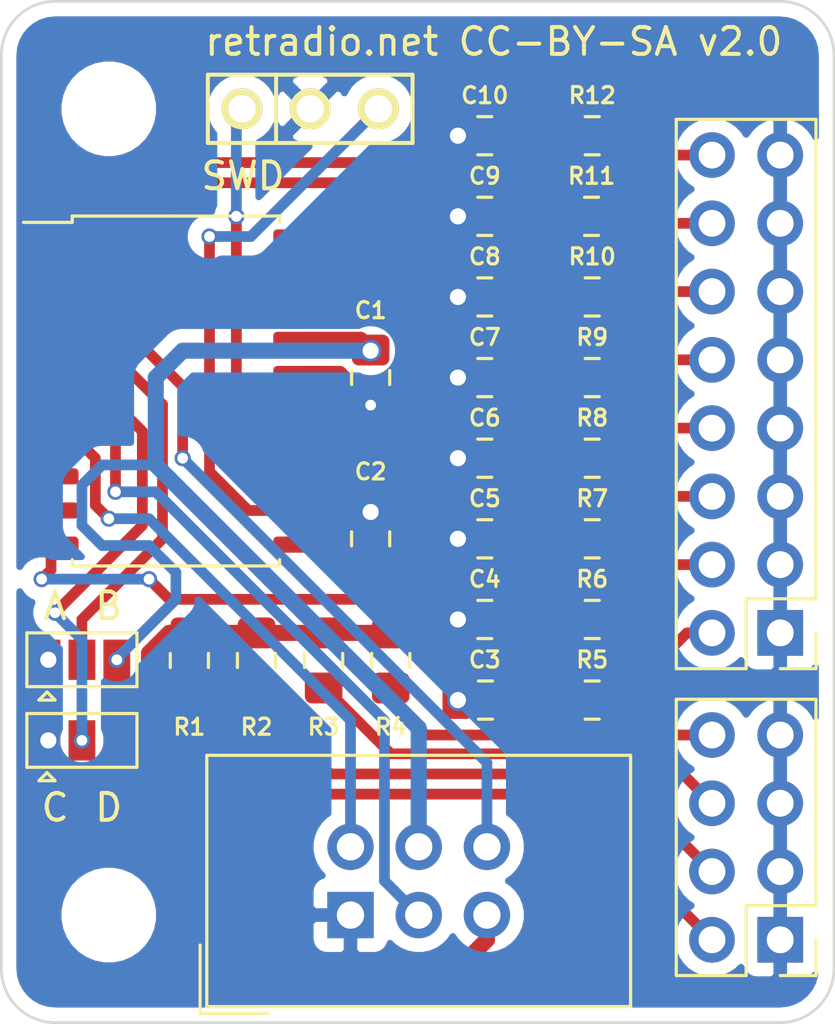
<source format=kicad_pcb>
(kicad_pcb (version 20171130) (host pcbnew 5.1.5+dfsg1-2build2)

  (general
    (thickness 1.6)
    (drawings 14)
    (tracks 191)
    (zones 0)
    (modules 31)
    (nets 32)
  )

  (page A4)
  (layers
    (0 F.Cu signal)
    (31 B.Cu signal)
    (32 B.Adhes user)
    (33 F.Adhes user)
    (34 B.Paste user)
    (35 F.Paste user)
    (36 B.SilkS user)
    (37 F.SilkS user)
    (38 B.Mask user)
    (39 F.Mask user)
    (40 Dwgs.User user)
    (41 Cmts.User user)
    (42 Eco1.User user)
    (43 Eco2.User user)
    (44 Edge.Cuts user)
    (45 Margin user)
    (46 B.CrtYd user)
    (47 F.CrtYd user)
    (48 B.Fab user hide)
    (49 F.Fab user hide)
  )

  (setup
    (last_trace_width 0.4)
    (trace_clearance 0.2)
    (zone_clearance 0.508)
    (zone_45_only no)
    (trace_min 0.2)
    (via_size 0.6)
    (via_drill 0.4)
    (via_min_size 0.4)
    (via_min_drill 0.3)
    (uvia_size 0.3)
    (uvia_drill 0.1)
    (uvias_allowed no)
    (uvia_min_size 0.2)
    (uvia_min_drill 0.1)
    (edge_width 0.1)
    (segment_width 0.2)
    (pcb_text_width 0.3)
    (pcb_text_size 1.5 1.5)
    (mod_edge_width 0.15)
    (mod_text_size 1 1)
    (mod_text_width 0.15)
    (pad_size 1.5 1.5)
    (pad_drill 0.6)
    (pad_to_mask_clearance 0)
    (solder_mask_min_width 0.25)
    (aux_axis_origin 30 180)
    (visible_elements FFFFFF7F)
    (pcbplotparams
      (layerselection 0x010f0_ffffffff)
      (usegerberextensions false)
      (usegerberattributes false)
      (usegerberadvancedattributes false)
      (creategerberjobfile false)
      (excludeedgelayer true)
      (linewidth 0.100000)
      (plotframeref false)
      (viasonmask false)
      (mode 1)
      (useauxorigin false)
      (hpglpennumber 1)
      (hpglpenspeed 20)
      (hpglpendiameter 15.000000)
      (psnegative false)
      (psa4output false)
      (plotreference true)
      (plotvalue true)
      (plotinvisibletext false)
      (padsonsilk false)
      (subtractmaskfromsilk false)
      (outputformat 1)
      (mirror false)
      (drillshape 0)
      (scaleselection 1)
      (outputdirectory "gerber/"))
  )

  (net 0 "")
  (net 1 GND)
  (net 2 +3V3)
  (net 3 "Net-(J3-Pad2)")
  (net 4 "Net-(J3-Pad4)")
  (net 5 "Net-(J3-Pad6)")
  (net 6 "Net-(J3-Pad8)")
  (net 7 "Net-(J3-Pad10)")
  (net 8 "Net-(J3-Pad12)")
  (net 9 "Net-(J3-Pad14)")
  (net 10 "Net-(J3-Pad16)")
  (net 11 "Net-(J4-Pad2)")
  (net 12 "Net-(J4-Pad4)")
  (net 13 "Net-(J4-Pad6)")
  (net 14 "Net-(J4-Pad8)")
  (net 15 +5V)
  (net 16 /ALERT)
  (net 17 /SCL)
  (net 18 /SDA)
  (net 19 /SWDIO)
  (net 20 /SWCLK)
  (net 21 "Net-(C2-Pad1)")
  (net 22 /ADDR0)
  (net 23 /ADDR1)
  (net 24 /BTN0)
  (net 25 /BTN1)
  (net 26 /BTN2)
  (net 27 /BTN3)
  (net 28 /BTN4)
  (net 29 /BTN5)
  (net 30 /BTN6)
  (net 31 /BTN7)

  (net_class Default "This is the default net class."
    (clearance 0.2)
    (trace_width 0.4)
    (via_dia 0.6)
    (via_drill 0.4)
    (uvia_dia 0.3)
    (uvia_drill 0.1)
    (add_net /ADDR0)
    (add_net /ADDR1)
    (add_net /ALERT)
    (add_net /BTN0)
    (add_net /BTN1)
    (add_net /BTN2)
    (add_net /BTN3)
    (add_net /BTN4)
    (add_net /BTN5)
    (add_net /BTN6)
    (add_net /BTN7)
    (add_net /SCL)
    (add_net /SDA)
    (add_net /SWCLK)
    (add_net /SWDIO)
    (add_net "Net-(C2-Pad1)")
    (add_net "Net-(J3-Pad10)")
    (add_net "Net-(J3-Pad12)")
    (add_net "Net-(J3-Pad14)")
    (add_net "Net-(J3-Pad16)")
    (add_net "Net-(J3-Pad2)")
    (add_net "Net-(J3-Pad4)")
    (add_net "Net-(J3-Pad6)")
    (add_net "Net-(J3-Pad8)")
    (add_net "Net-(J4-Pad2)")
    (add_net "Net-(J4-Pad4)")
    (add_net "Net-(J4-Pad6)")
    (add_net "Net-(J4-Pad8)")
  )

  (net_class PWR ""
    (clearance 0.2)
    (trace_width 0.6)
    (via_dia 0.8)
    (via_drill 0.6)
    (uvia_dia 0.3)
    (uvia_drill 0.1)
    (add_net +3V3)
    (add_net +5V)
    (add_net GND)
  )

  (module Drake:SWD (layer F.Cu) (tedit 56B33A4E) (tstamp 60428303)
    (at 209.5 91)
    (path /5C2D529E)
    (fp_text reference X2 (at 0 2.54) (layer F.SilkS) hide
      (effects (font (size 0.6 0.6) (thickness 0.12)))
    )
    (fp_text value SWD (at 0 -2.54) (layer F.Fab)
      (effects (font (size 1 1) (thickness 0.15)))
    )
    (fp_line (start -3.81 1.27) (end -3.81 -1.27) (layer F.SilkS) (width 0.15))
    (fp_line (start 3.81 1.27) (end -3.81 1.27) (layer F.SilkS) (width 0.15))
    (fp_line (start 3.81 -1.27) (end 3.81 1.27) (layer F.SilkS) (width 0.15))
    (fp_line (start -3.81 -1.27) (end 3.81 -1.27) (layer F.SilkS) (width 0.15))
    (fp_line (start -1.27 -1.27) (end -1.27 1.27) (layer F.SilkS) (width 0.15))
    (pad 3 thru_hole circle (at 2.54 0) (size 1.524 1.524) (drill 1.016) (layers *.Cu *.Mask F.SilkS)
      (net 20 /SWCLK))
    (pad 2 thru_hole circle (at 0 0) (size 1.524 1.524) (drill 1.016) (layers *.Cu *.Mask F.SilkS)
      (net 1 GND))
    (pad 1 thru_hole circle (at -2.54 0) (size 1.524 1.524) (drill 1.016) (layers *.Cu *.Mask F.SilkS)
      (net 19 /SWDIO))
  )

  (module Connector_IDC:IDC-Header_2x03_P2.54mm_Vertical (layer F.Cu) (tedit 59DE0819) (tstamp 604282F7)
    (at 211 121 90)
    (descr "Through hole straight IDC box header, 2x03, 2.54mm pitch, double rows")
    (tags "Through hole IDC box header THT 2x03 2.54mm double row")
    (path /5C2D4514)
    (fp_text reference X1 (at 1.27 -6.604 90) (layer F.SilkS) hide
      (effects (font (size 0.6 0.6) (thickness 0.12)))
    )
    (fp_text value I2C-6P (at 1.27 11.684 90) (layer F.Fab)
      (effects (font (size 1 1) (thickness 0.15)))
    )
    (fp_line (start -3.655 -5.6) (end -1.115 -5.6) (layer F.SilkS) (width 0.12))
    (fp_line (start -3.655 -5.6) (end -3.655 -3.06) (layer F.SilkS) (width 0.12))
    (fp_line (start -3.405 -5.35) (end 5.945 -5.35) (layer F.SilkS) (width 0.12))
    (fp_line (start -3.405 10.43) (end -3.405 -5.35) (layer F.SilkS) (width 0.12))
    (fp_line (start 5.945 10.43) (end -3.405 10.43) (layer F.SilkS) (width 0.12))
    (fp_line (start 5.945 -5.35) (end 5.945 10.43) (layer F.SilkS) (width 0.12))
    (fp_line (start -3.41 -5.35) (end 5.95 -5.35) (layer F.CrtYd) (width 0.05))
    (fp_line (start -3.41 10.43) (end -3.41 -5.35) (layer F.CrtYd) (width 0.05))
    (fp_line (start 5.95 10.43) (end -3.41 10.43) (layer F.CrtYd) (width 0.05))
    (fp_line (start 5.95 -5.35) (end 5.95 10.43) (layer F.CrtYd) (width 0.05))
    (fp_line (start -3.155 10.18) (end -2.605 9.62) (layer F.Fab) (width 0.1))
    (fp_line (start -3.155 -5.1) (end -2.605 -4.56) (layer F.Fab) (width 0.1))
    (fp_line (start 5.695 10.18) (end 5.145 9.62) (layer F.Fab) (width 0.1))
    (fp_line (start 5.695 -5.1) (end 5.145 -4.56) (layer F.Fab) (width 0.1))
    (fp_line (start 5.145 9.62) (end -2.605 9.62) (layer F.Fab) (width 0.1))
    (fp_line (start 5.695 10.18) (end -3.155 10.18) (layer F.Fab) (width 0.1))
    (fp_line (start 5.145 -4.56) (end -2.605 -4.56) (layer F.Fab) (width 0.1))
    (fp_line (start 5.695 -5.1) (end -3.155 -5.1) (layer F.Fab) (width 0.1))
    (fp_line (start -2.605 4.79) (end -3.155 4.79) (layer F.Fab) (width 0.1))
    (fp_line (start -2.605 0.29) (end -3.155 0.29) (layer F.Fab) (width 0.1))
    (fp_line (start -2.605 4.79) (end -2.605 9.62) (layer F.Fab) (width 0.1))
    (fp_line (start -2.605 -4.56) (end -2.605 0.29) (layer F.Fab) (width 0.1))
    (fp_line (start -3.155 -5.1) (end -3.155 10.18) (layer F.Fab) (width 0.1))
    (fp_line (start 5.145 -4.56) (end 5.145 9.62) (layer F.Fab) (width 0.1))
    (fp_line (start 5.695 -5.1) (end 5.695 10.18) (layer F.Fab) (width 0.1))
    (fp_text user %R (at 1.27 2.54 90) (layer F.Fab)
      (effects (font (size 0.6 0.6) (thickness 0.12)))
    )
    (pad 6 thru_hole oval (at 2.54 5.08 90) (size 1.7272 1.7272) (drill 1.016) (layers *.Cu *.Mask)
      (net 16 /ALERT))
    (pad 5 thru_hole oval (at 0 5.08 90) (size 1.7272 1.7272) (drill 1.016) (layers *.Cu *.Mask)
      (net 15 +5V))
    (pad 4 thru_hole oval (at 2.54 2.54 90) (size 1.7272 1.7272) (drill 1.016) (layers *.Cu *.Mask)
      (net 2 +3V3))
    (pad 3 thru_hole oval (at 0 2.54 90) (size 1.7272 1.7272) (drill 1.016) (layers *.Cu *.Mask)
      (net 18 /SDA))
    (pad 2 thru_hole oval (at 2.54 0 90) (size 1.7272 1.7272) (drill 1.016) (layers *.Cu *.Mask)
      (net 17 /SCL))
    (pad 1 thru_hole rect (at 0 0 90) (size 1.7272 1.7272) (drill 1.016) (layers *.Cu *.Mask)
      (net 1 GND))
    (model ${KISYS3DMOD}/Connector_IDC.3dshapes/IDC-Header_2x03_P2.54mm_Vertical.wrl
      (at (xyz 0 0 0))
      (scale (xyz 1 1 1))
      (rotate (xyz 0 0 0))
    )
  )

  (module Package_SO:SOIC-20W_7.5x12.8mm_P1.27mm (layer F.Cu) (tedit 5D9F72B1) (tstamp 60429F83)
    (at 204.5 101.5)
    (descr "SOIC, 20 Pin (JEDEC MS-013AC, https://www.analog.com/media/en/package-pcb-resources/package/233848rw_20.pdf), generated with kicad-footprint-generator ipc_gullwing_generator.py")
    (tags "SOIC SO")
    (path /60458046)
    (attr smd)
    (fp_text reference U1 (at 0 -7.35) (layer F.SilkS) hide
      (effects (font (size 0.6 0.6) (thickness 0.12)))
    )
    (fp_text value ATSAMD11D14A-SS (at 0 7.35) (layer F.Fab)
      (effects (font (size 1 1) (thickness 0.15)))
    )
    (fp_text user %R (at 0 0) (layer F.Fab)
      (effects (font (size 0.6 0.6) (thickness 0.12)))
    )
    (fp_line (start 5.93 -6.65) (end -5.93 -6.65) (layer F.CrtYd) (width 0.05))
    (fp_line (start 5.93 6.65) (end 5.93 -6.65) (layer F.CrtYd) (width 0.05))
    (fp_line (start -5.93 6.65) (end 5.93 6.65) (layer F.CrtYd) (width 0.05))
    (fp_line (start -5.93 -6.65) (end -5.93 6.65) (layer F.CrtYd) (width 0.05))
    (fp_line (start -3.75 -5.4) (end -2.75 -6.4) (layer F.Fab) (width 0.1))
    (fp_line (start -3.75 6.4) (end -3.75 -5.4) (layer F.Fab) (width 0.1))
    (fp_line (start 3.75 6.4) (end -3.75 6.4) (layer F.Fab) (width 0.1))
    (fp_line (start 3.75 -6.4) (end 3.75 6.4) (layer F.Fab) (width 0.1))
    (fp_line (start -2.75 -6.4) (end 3.75 -6.4) (layer F.Fab) (width 0.1))
    (fp_line (start -3.86 -6.275) (end -5.675 -6.275) (layer F.SilkS) (width 0.12))
    (fp_line (start -3.86 -6.51) (end -3.86 -6.275) (layer F.SilkS) (width 0.12))
    (fp_line (start 0 -6.51) (end -3.86 -6.51) (layer F.SilkS) (width 0.12))
    (fp_line (start 3.86 -6.51) (end 3.86 -6.275) (layer F.SilkS) (width 0.12))
    (fp_line (start 0 -6.51) (end 3.86 -6.51) (layer F.SilkS) (width 0.12))
    (fp_line (start -3.86 6.51) (end -3.86 6.275) (layer F.SilkS) (width 0.12))
    (fp_line (start 0 6.51) (end -3.86 6.51) (layer F.SilkS) (width 0.12))
    (fp_line (start 3.86 6.51) (end 3.86 6.275) (layer F.SilkS) (width 0.12))
    (fp_line (start 0 6.51) (end 3.86 6.51) (layer F.SilkS) (width 0.12))
    (pad 20 smd roundrect (at 4.65 -5.715) (size 2.05 0.6) (layers F.Cu F.Paste F.Mask) (roundrect_rratio 0.25)
      (net 29 /BTN5))
    (pad 19 smd roundrect (at 4.65 -4.445) (size 2.05 0.6) (layers F.Cu F.Paste F.Mask) (roundrect_rratio 0.25)
      (net 28 /BTN4))
    (pad 18 smd roundrect (at 4.65 -3.175) (size 2.05 0.6) (layers F.Cu F.Paste F.Mask) (roundrect_rratio 0.25)
      (net 27 /BTN3))
    (pad 17 smd roundrect (at 4.65 -1.905) (size 2.05 0.6) (layers F.Cu F.Paste F.Mask) (roundrect_rratio 0.25)
      (net 2 +3V3))
    (pad 16 smd roundrect (at 4.65 -0.635) (size 2.05 0.6) (layers F.Cu F.Paste F.Mask) (roundrect_rratio 0.25)
      (net 1 GND))
    (pad 15 smd roundrect (at 4.65 0.635) (size 2.05 0.6) (layers F.Cu F.Paste F.Mask) (roundrect_rratio 0.25)
      (net 26 /BTN2))
    (pad 14 smd roundrect (at 4.65 1.905) (size 2.05 0.6) (layers F.Cu F.Paste F.Mask) (roundrect_rratio 0.25)
      (net 25 /BTN1))
    (pad 13 smd roundrect (at 4.65 3.175) (size 2.05 0.6) (layers F.Cu F.Paste F.Mask) (roundrect_rratio 0.25)
      (net 19 /SWDIO))
    (pad 12 smd roundrect (at 4.65 4.445) (size 2.05 0.6) (layers F.Cu F.Paste F.Mask) (roundrect_rratio 0.25)
      (net 20 /SWCLK))
    (pad 11 smd roundrect (at 4.65 5.715) (size 2.05 0.6) (layers F.Cu F.Paste F.Mask) (roundrect_rratio 0.25)
      (net 21 "Net-(C2-Pad1)"))
    (pad 10 smd roundrect (at -4.65 5.715) (size 2.05 0.6) (layers F.Cu F.Paste F.Mask) (roundrect_rratio 0.25)
      (net 24 /BTN0))
    (pad 9 smd roundrect (at -4.65 4.445) (size 2.05 0.6) (layers F.Cu F.Paste F.Mask) (roundrect_rratio 0.25))
    (pad 8 smd roundrect (at -4.65 3.175) (size 2.05 0.6) (layers F.Cu F.Paste F.Mask) (roundrect_rratio 0.25))
    (pad 7 smd roundrect (at -4.65 1.905) (size 2.05 0.6) (layers F.Cu F.Paste F.Mask) (roundrect_rratio 0.25)
      (net 17 /SCL))
    (pad 6 smd roundrect (at -4.65 0.635) (size 2.05 0.6) (layers F.Cu F.Paste F.Mask) (roundrect_rratio 0.25)
      (net 18 /SDA))
    (pad 5 smd roundrect (at -4.65 -0.635) (size 2.05 0.6) (layers F.Cu F.Paste F.Mask) (roundrect_rratio 0.25)
      (net 23 /ADDR1))
    (pad 4 smd roundrect (at -4.65 -1.905) (size 2.05 0.6) (layers F.Cu F.Paste F.Mask) (roundrect_rratio 0.25)
      (net 22 /ADDR0))
    (pad 3 smd roundrect (at -4.65 -3.175) (size 2.05 0.6) (layers F.Cu F.Paste F.Mask) (roundrect_rratio 0.25)
      (net 16 /ALERT))
    (pad 2 smd roundrect (at -4.65 -4.445) (size 2.05 0.6) (layers F.Cu F.Paste F.Mask) (roundrect_rratio 0.25)
      (net 30 /BTN6))
    (pad 1 smd roundrect (at -4.65 -5.715) (size 2.05 0.6) (layers F.Cu F.Paste F.Mask) (roundrect_rratio 0.25)
      (net 31 /BTN7))
    (model ${KISYS3DMOD}/Package_SO.3dshapes/SOIC-20W_7.5x12.8mm_P1.27mm.wrl
      (at (xyz 0 0 0))
      (scale (xyz 1 1 1))
      (rotate (xyz 0 0 0))
    )
  )

  (module Resistor_SMD:R_0805_2012Metric_Pad1.15x1.40mm_HandSolder (layer F.Cu) (tedit 5B36C52B) (tstamp 6042AA75)
    (at 220 92 180)
    (descr "Resistor SMD 0805 (2012 Metric), square (rectangular) end terminal, IPC_7351 nominal with elongated pad for handsoldering. (Body size source: https://docs.google.com/spreadsheets/d/1BsfQQcO9C6DZCsRaXUlFlo91Tg2WpOkGARC1WS5S8t0/edit?usp=sharing), generated with kicad-footprint-generator")
    (tags "resistor handsolder")
    (path /604B0AB5)
    (attr smd)
    (fp_text reference R12 (at 0 1.5) (layer F.SilkS)
      (effects (font (size 0.6 0.6) (thickness 0.12)))
    )
    (fp_text value 10k (at 0 1.65) (layer F.Fab)
      (effects (font (size 1 1) (thickness 0.15)))
    )
    (fp_text user %R (at 0 0) (layer F.Fab)
      (effects (font (size 0.6 0.6) (thickness 0.12)))
    )
    (fp_line (start 1.85 0.95) (end -1.85 0.95) (layer F.CrtYd) (width 0.05))
    (fp_line (start 1.85 -0.95) (end 1.85 0.95) (layer F.CrtYd) (width 0.05))
    (fp_line (start -1.85 -0.95) (end 1.85 -0.95) (layer F.CrtYd) (width 0.05))
    (fp_line (start -1.85 0.95) (end -1.85 -0.95) (layer F.CrtYd) (width 0.05))
    (fp_line (start -0.261252 0.71) (end 0.261252 0.71) (layer F.SilkS) (width 0.12))
    (fp_line (start -0.261252 -0.71) (end 0.261252 -0.71) (layer F.SilkS) (width 0.12))
    (fp_line (start 1 0.6) (end -1 0.6) (layer F.Fab) (width 0.1))
    (fp_line (start 1 -0.6) (end 1 0.6) (layer F.Fab) (width 0.1))
    (fp_line (start -1 -0.6) (end 1 -0.6) (layer F.Fab) (width 0.1))
    (fp_line (start -1 0.6) (end -1 -0.6) (layer F.Fab) (width 0.1))
    (pad 2 smd roundrect (at 1.025 0 180) (size 1.15 1.4) (layers F.Cu F.Paste F.Mask) (roundrect_rratio 0.217391)
      (net 31 /BTN7))
    (pad 1 smd roundrect (at -1.025 0 180) (size 1.15 1.4) (layers F.Cu F.Paste F.Mask) (roundrect_rratio 0.217391)
      (net 10 "Net-(J3-Pad16)"))
    (model ${KISYS3DMOD}/Resistor_SMD.3dshapes/R_0805_2012Metric.wrl
      (at (xyz 0 0 0))
      (scale (xyz 1 1 1))
      (rotate (xyz 0 0 0))
    )
  )

  (module Resistor_SMD:R_0805_2012Metric_Pad1.15x1.40mm_HandSolder (layer F.Cu) (tedit 5B36C52B) (tstamp 6042AA45)
    (at 219.975 95 180)
    (descr "Resistor SMD 0805 (2012 Metric), square (rectangular) end terminal, IPC_7351 nominal with elongated pad for handsoldering. (Body size source: https://docs.google.com/spreadsheets/d/1BsfQQcO9C6DZCsRaXUlFlo91Tg2WpOkGARC1WS5S8t0/edit?usp=sharing), generated with kicad-footprint-generator")
    (tags "resistor handsolder")
    (path /604B07D7)
    (attr smd)
    (fp_text reference R11 (at 0 1.5) (layer F.SilkS)
      (effects (font (size 0.6 0.6) (thickness 0.12)))
    )
    (fp_text value 10k (at 0 1.65) (layer F.Fab)
      (effects (font (size 1 1) (thickness 0.15)))
    )
    (fp_text user %R (at 0 0) (layer F.Fab)
      (effects (font (size 0.6 0.6) (thickness 0.12)))
    )
    (fp_line (start 1.85 0.95) (end -1.85 0.95) (layer F.CrtYd) (width 0.05))
    (fp_line (start 1.85 -0.95) (end 1.85 0.95) (layer F.CrtYd) (width 0.05))
    (fp_line (start -1.85 -0.95) (end 1.85 -0.95) (layer F.CrtYd) (width 0.05))
    (fp_line (start -1.85 0.95) (end -1.85 -0.95) (layer F.CrtYd) (width 0.05))
    (fp_line (start -0.261252 0.71) (end 0.261252 0.71) (layer F.SilkS) (width 0.12))
    (fp_line (start -0.261252 -0.71) (end 0.261252 -0.71) (layer F.SilkS) (width 0.12))
    (fp_line (start 1 0.6) (end -1 0.6) (layer F.Fab) (width 0.1))
    (fp_line (start 1 -0.6) (end 1 0.6) (layer F.Fab) (width 0.1))
    (fp_line (start -1 -0.6) (end 1 -0.6) (layer F.Fab) (width 0.1))
    (fp_line (start -1 0.6) (end -1 -0.6) (layer F.Fab) (width 0.1))
    (pad 2 smd roundrect (at 1.025 0 180) (size 1.15 1.4) (layers F.Cu F.Paste F.Mask) (roundrect_rratio 0.217391)
      (net 30 /BTN6))
    (pad 1 smd roundrect (at -1.025 0 180) (size 1.15 1.4) (layers F.Cu F.Paste F.Mask) (roundrect_rratio 0.217391)
      (net 9 "Net-(J3-Pad14)"))
    (model ${KISYS3DMOD}/Resistor_SMD.3dshapes/R_0805_2012Metric.wrl
      (at (xyz 0 0 0))
      (scale (xyz 1 1 1))
      (rotate (xyz 0 0 0))
    )
  )

  (module Resistor_SMD:R_0805_2012Metric_Pad1.15x1.40mm_HandSolder (layer F.Cu) (tedit 5B36C52B) (tstamp 6042AB65)
    (at 220 98 180)
    (descr "Resistor SMD 0805 (2012 Metric), square (rectangular) end terminal, IPC_7351 nominal with elongated pad for handsoldering. (Body size source: https://docs.google.com/spreadsheets/d/1BsfQQcO9C6DZCsRaXUlFlo91Tg2WpOkGARC1WS5S8t0/edit?usp=sharing), generated with kicad-footprint-generator")
    (tags "resistor handsolder")
    (path /604B052E)
    (attr smd)
    (fp_text reference R10 (at 0 1.5) (layer F.SilkS)
      (effects (font (size 0.6 0.6) (thickness 0.12)))
    )
    (fp_text value 10k (at 0 1.65) (layer F.Fab)
      (effects (font (size 1 1) (thickness 0.15)))
    )
    (fp_text user %R (at 0 0) (layer F.Fab)
      (effects (font (size 0.6 0.6) (thickness 0.12)))
    )
    (fp_line (start 1.85 0.95) (end -1.85 0.95) (layer F.CrtYd) (width 0.05))
    (fp_line (start 1.85 -0.95) (end 1.85 0.95) (layer F.CrtYd) (width 0.05))
    (fp_line (start -1.85 -0.95) (end 1.85 -0.95) (layer F.CrtYd) (width 0.05))
    (fp_line (start -1.85 0.95) (end -1.85 -0.95) (layer F.CrtYd) (width 0.05))
    (fp_line (start -0.261252 0.71) (end 0.261252 0.71) (layer F.SilkS) (width 0.12))
    (fp_line (start -0.261252 -0.71) (end 0.261252 -0.71) (layer F.SilkS) (width 0.12))
    (fp_line (start 1 0.6) (end -1 0.6) (layer F.Fab) (width 0.1))
    (fp_line (start 1 -0.6) (end 1 0.6) (layer F.Fab) (width 0.1))
    (fp_line (start -1 -0.6) (end 1 -0.6) (layer F.Fab) (width 0.1))
    (fp_line (start -1 0.6) (end -1 -0.6) (layer F.Fab) (width 0.1))
    (pad 2 smd roundrect (at 1.025 0 180) (size 1.15 1.4) (layers F.Cu F.Paste F.Mask) (roundrect_rratio 0.217391)
      (net 29 /BTN5))
    (pad 1 smd roundrect (at -1.025 0 180) (size 1.15 1.4) (layers F.Cu F.Paste F.Mask) (roundrect_rratio 0.217391)
      (net 8 "Net-(J3-Pad12)"))
    (model ${KISYS3DMOD}/Resistor_SMD.3dshapes/R_0805_2012Metric.wrl
      (at (xyz 0 0 0))
      (scale (xyz 1 1 1))
      (rotate (xyz 0 0 0))
    )
  )

  (module Resistor_SMD:R_0805_2012Metric_Pad1.15x1.40mm_HandSolder (layer F.Cu) (tedit 5B36C52B) (tstamp 6042ABF5)
    (at 220 101 180)
    (descr "Resistor SMD 0805 (2012 Metric), square (rectangular) end terminal, IPC_7351 nominal with elongated pad for handsoldering. (Body size source: https://docs.google.com/spreadsheets/d/1BsfQQcO9C6DZCsRaXUlFlo91Tg2WpOkGARC1WS5S8t0/edit?usp=sharing), generated with kicad-footprint-generator")
    (tags "resistor handsolder")
    (path /604B02A1)
    (attr smd)
    (fp_text reference R9 (at 0 1.5) (layer F.SilkS)
      (effects (font (size 0.6 0.6) (thickness 0.12)))
    )
    (fp_text value 10k (at 0 1.65) (layer F.Fab)
      (effects (font (size 1 1) (thickness 0.15)))
    )
    (fp_text user %R (at 0 0) (layer F.Fab)
      (effects (font (size 0.6 0.6) (thickness 0.12)))
    )
    (fp_line (start 1.85 0.95) (end -1.85 0.95) (layer F.CrtYd) (width 0.05))
    (fp_line (start 1.85 -0.95) (end 1.85 0.95) (layer F.CrtYd) (width 0.05))
    (fp_line (start -1.85 -0.95) (end 1.85 -0.95) (layer F.CrtYd) (width 0.05))
    (fp_line (start -1.85 0.95) (end -1.85 -0.95) (layer F.CrtYd) (width 0.05))
    (fp_line (start -0.261252 0.71) (end 0.261252 0.71) (layer F.SilkS) (width 0.12))
    (fp_line (start -0.261252 -0.71) (end 0.261252 -0.71) (layer F.SilkS) (width 0.12))
    (fp_line (start 1 0.6) (end -1 0.6) (layer F.Fab) (width 0.1))
    (fp_line (start 1 -0.6) (end 1 0.6) (layer F.Fab) (width 0.1))
    (fp_line (start -1 -0.6) (end 1 -0.6) (layer F.Fab) (width 0.1))
    (fp_line (start -1 0.6) (end -1 -0.6) (layer F.Fab) (width 0.1))
    (pad 2 smd roundrect (at 1.025 0 180) (size 1.15 1.4) (layers F.Cu F.Paste F.Mask) (roundrect_rratio 0.217391)
      (net 28 /BTN4))
    (pad 1 smd roundrect (at -1.025 0 180) (size 1.15 1.4) (layers F.Cu F.Paste F.Mask) (roundrect_rratio 0.217391)
      (net 7 "Net-(J3-Pad10)"))
    (model ${KISYS3DMOD}/Resistor_SMD.3dshapes/R_0805_2012Metric.wrl
      (at (xyz 0 0 0))
      (scale (xyz 1 1 1))
      (rotate (xyz 0 0 0))
    )
  )

  (module Resistor_SMD:R_0805_2012Metric_Pad1.15x1.40mm_HandSolder (layer F.Cu) (tedit 5B36C52B) (tstamp 6042AAD5)
    (at 220 104 180)
    (descr "Resistor SMD 0805 (2012 Metric), square (rectangular) end terminal, IPC_7351 nominal with elongated pad for handsoldering. (Body size source: https://docs.google.com/spreadsheets/d/1BsfQQcO9C6DZCsRaXUlFlo91Tg2WpOkGARC1WS5S8t0/edit?usp=sharing), generated with kicad-footprint-generator")
    (tags "resistor handsolder")
    (path /604B000B)
    (attr smd)
    (fp_text reference R8 (at 0 1.5) (layer F.SilkS)
      (effects (font (size 0.6 0.6) (thickness 0.12)))
    )
    (fp_text value 10k (at 0 1.65) (layer F.Fab)
      (effects (font (size 1 1) (thickness 0.15)))
    )
    (fp_text user %R (at 0 0) (layer F.Fab)
      (effects (font (size 0.6 0.6) (thickness 0.12)))
    )
    (fp_line (start 1.85 0.95) (end -1.85 0.95) (layer F.CrtYd) (width 0.05))
    (fp_line (start 1.85 -0.95) (end 1.85 0.95) (layer F.CrtYd) (width 0.05))
    (fp_line (start -1.85 -0.95) (end 1.85 -0.95) (layer F.CrtYd) (width 0.05))
    (fp_line (start -1.85 0.95) (end -1.85 -0.95) (layer F.CrtYd) (width 0.05))
    (fp_line (start -0.261252 0.71) (end 0.261252 0.71) (layer F.SilkS) (width 0.12))
    (fp_line (start -0.261252 -0.71) (end 0.261252 -0.71) (layer F.SilkS) (width 0.12))
    (fp_line (start 1 0.6) (end -1 0.6) (layer F.Fab) (width 0.1))
    (fp_line (start 1 -0.6) (end 1 0.6) (layer F.Fab) (width 0.1))
    (fp_line (start -1 -0.6) (end 1 -0.6) (layer F.Fab) (width 0.1))
    (fp_line (start -1 0.6) (end -1 -0.6) (layer F.Fab) (width 0.1))
    (pad 2 smd roundrect (at 1.025 0 180) (size 1.15 1.4) (layers F.Cu F.Paste F.Mask) (roundrect_rratio 0.217391)
      (net 27 /BTN3))
    (pad 1 smd roundrect (at -1.025 0 180) (size 1.15 1.4) (layers F.Cu F.Paste F.Mask) (roundrect_rratio 0.217391)
      (net 6 "Net-(J3-Pad8)"))
    (model ${KISYS3DMOD}/Resistor_SMD.3dshapes/R_0805_2012Metric.wrl
      (at (xyz 0 0 0))
      (scale (xyz 1 1 1))
      (rotate (xyz 0 0 0))
    )
  )

  (module Resistor_SMD:R_0805_2012Metric_Pad1.15x1.40mm_HandSolder (layer F.Cu) (tedit 5B36C52B) (tstamp 6042AB05)
    (at 220 107 180)
    (descr "Resistor SMD 0805 (2012 Metric), square (rectangular) end terminal, IPC_7351 nominal with elongated pad for handsoldering. (Body size source: https://docs.google.com/spreadsheets/d/1BsfQQcO9C6DZCsRaXUlFlo91Tg2WpOkGARC1WS5S8t0/edit?usp=sharing), generated with kicad-footprint-generator")
    (tags "resistor handsolder")
    (path /604AFD91)
    (attr smd)
    (fp_text reference R7 (at 0 1.5) (layer F.SilkS)
      (effects (font (size 0.6 0.6) (thickness 0.12)))
    )
    (fp_text value 10k (at 0 1.65) (layer F.Fab)
      (effects (font (size 1 1) (thickness 0.15)))
    )
    (fp_text user %R (at 0 0) (layer F.Fab)
      (effects (font (size 0.6 0.6) (thickness 0.12)))
    )
    (fp_line (start 1.85 0.95) (end -1.85 0.95) (layer F.CrtYd) (width 0.05))
    (fp_line (start 1.85 -0.95) (end 1.85 0.95) (layer F.CrtYd) (width 0.05))
    (fp_line (start -1.85 -0.95) (end 1.85 -0.95) (layer F.CrtYd) (width 0.05))
    (fp_line (start -1.85 0.95) (end -1.85 -0.95) (layer F.CrtYd) (width 0.05))
    (fp_line (start -0.261252 0.71) (end 0.261252 0.71) (layer F.SilkS) (width 0.12))
    (fp_line (start -0.261252 -0.71) (end 0.261252 -0.71) (layer F.SilkS) (width 0.12))
    (fp_line (start 1 0.6) (end -1 0.6) (layer F.Fab) (width 0.1))
    (fp_line (start 1 -0.6) (end 1 0.6) (layer F.Fab) (width 0.1))
    (fp_line (start -1 -0.6) (end 1 -0.6) (layer F.Fab) (width 0.1))
    (fp_line (start -1 0.6) (end -1 -0.6) (layer F.Fab) (width 0.1))
    (pad 2 smd roundrect (at 1.025 0 180) (size 1.15 1.4) (layers F.Cu F.Paste F.Mask) (roundrect_rratio 0.217391)
      (net 26 /BTN2))
    (pad 1 smd roundrect (at -1.025 0 180) (size 1.15 1.4) (layers F.Cu F.Paste F.Mask) (roundrect_rratio 0.217391)
      (net 5 "Net-(J3-Pad6)"))
    (model ${KISYS3DMOD}/Resistor_SMD.3dshapes/R_0805_2012Metric.wrl
      (at (xyz 0 0 0))
      (scale (xyz 1 1 1))
      (rotate (xyz 0 0 0))
    )
  )

  (module Resistor_SMD:R_0805_2012Metric_Pad1.15x1.40mm_HandSolder (layer F.Cu) (tedit 5B36C52B) (tstamp 6042AB95)
    (at 220 110 180)
    (descr "Resistor SMD 0805 (2012 Metric), square (rectangular) end terminal, IPC_7351 nominal with elongated pad for handsoldering. (Body size source: https://docs.google.com/spreadsheets/d/1BsfQQcO9C6DZCsRaXUlFlo91Tg2WpOkGARC1WS5S8t0/edit?usp=sharing), generated with kicad-footprint-generator")
    (tags "resistor handsolder")
    (path /604AFADF)
    (attr smd)
    (fp_text reference R6 (at 0 1.5) (layer F.SilkS)
      (effects (font (size 0.6 0.6) (thickness 0.12)))
    )
    (fp_text value 10k (at 0 1.65) (layer F.Fab)
      (effects (font (size 1 1) (thickness 0.15)))
    )
    (fp_text user %R (at 0 0) (layer F.Fab)
      (effects (font (size 0.6 0.6) (thickness 0.12)))
    )
    (fp_line (start 1.85 0.95) (end -1.85 0.95) (layer F.CrtYd) (width 0.05))
    (fp_line (start 1.85 -0.95) (end 1.85 0.95) (layer F.CrtYd) (width 0.05))
    (fp_line (start -1.85 -0.95) (end 1.85 -0.95) (layer F.CrtYd) (width 0.05))
    (fp_line (start -1.85 0.95) (end -1.85 -0.95) (layer F.CrtYd) (width 0.05))
    (fp_line (start -0.261252 0.71) (end 0.261252 0.71) (layer F.SilkS) (width 0.12))
    (fp_line (start -0.261252 -0.71) (end 0.261252 -0.71) (layer F.SilkS) (width 0.12))
    (fp_line (start 1 0.6) (end -1 0.6) (layer F.Fab) (width 0.1))
    (fp_line (start 1 -0.6) (end 1 0.6) (layer F.Fab) (width 0.1))
    (fp_line (start -1 -0.6) (end 1 -0.6) (layer F.Fab) (width 0.1))
    (fp_line (start -1 0.6) (end -1 -0.6) (layer F.Fab) (width 0.1))
    (pad 2 smd roundrect (at 1.025 0 180) (size 1.15 1.4) (layers F.Cu F.Paste F.Mask) (roundrect_rratio 0.217391)
      (net 25 /BTN1))
    (pad 1 smd roundrect (at -1.025 0 180) (size 1.15 1.4) (layers F.Cu F.Paste F.Mask) (roundrect_rratio 0.217391)
      (net 4 "Net-(J3-Pad4)"))
    (model ${KISYS3DMOD}/Resistor_SMD.3dshapes/R_0805_2012Metric.wrl
      (at (xyz 0 0 0))
      (scale (xyz 1 1 1))
      (rotate (xyz 0 0 0))
    )
  )

  (module Resistor_SMD:R_0805_2012Metric_Pad1.15x1.40mm_HandSolder (layer F.Cu) (tedit 5B36C52B) (tstamp 6042AA15)
    (at 220 113 180)
    (descr "Resistor SMD 0805 (2012 Metric), square (rectangular) end terminal, IPC_7351 nominal with elongated pad for handsoldering. (Body size source: https://docs.google.com/spreadsheets/d/1BsfQQcO9C6DZCsRaXUlFlo91Tg2WpOkGARC1WS5S8t0/edit?usp=sharing), generated with kicad-footprint-generator")
    (tags "resistor handsolder")
    (path /604AA0EE)
    (attr smd)
    (fp_text reference R5 (at 0 1.5) (layer F.SilkS)
      (effects (font (size 0.6 0.6) (thickness 0.12)))
    )
    (fp_text value 10k (at 0 1.65) (layer F.Fab)
      (effects (font (size 1 1) (thickness 0.15)))
    )
    (fp_text user %R (at 0 0) (layer F.Fab)
      (effects (font (size 0.6 0.6) (thickness 0.12)))
    )
    (fp_line (start 1.85 0.95) (end -1.85 0.95) (layer F.CrtYd) (width 0.05))
    (fp_line (start 1.85 -0.95) (end 1.85 0.95) (layer F.CrtYd) (width 0.05))
    (fp_line (start -1.85 -0.95) (end 1.85 -0.95) (layer F.CrtYd) (width 0.05))
    (fp_line (start -1.85 0.95) (end -1.85 -0.95) (layer F.CrtYd) (width 0.05))
    (fp_line (start -0.261252 0.71) (end 0.261252 0.71) (layer F.SilkS) (width 0.12))
    (fp_line (start -0.261252 -0.71) (end 0.261252 -0.71) (layer F.SilkS) (width 0.12))
    (fp_line (start 1 0.6) (end -1 0.6) (layer F.Fab) (width 0.1))
    (fp_line (start 1 -0.6) (end 1 0.6) (layer F.Fab) (width 0.1))
    (fp_line (start -1 -0.6) (end 1 -0.6) (layer F.Fab) (width 0.1))
    (fp_line (start -1 0.6) (end -1 -0.6) (layer F.Fab) (width 0.1))
    (pad 2 smd roundrect (at 1.025 0 180) (size 1.15 1.4) (layers F.Cu F.Paste F.Mask) (roundrect_rratio 0.217391)
      (net 24 /BTN0))
    (pad 1 smd roundrect (at -1.025 0 180) (size 1.15 1.4) (layers F.Cu F.Paste F.Mask) (roundrect_rratio 0.217391)
      (net 3 "Net-(J3-Pad2)"))
    (model ${KISYS3DMOD}/Resistor_SMD.3dshapes/R_0805_2012Metric.wrl
      (at (xyz 0 0 0))
      (scale (xyz 1 1 1))
      (rotate (xyz 0 0 0))
    )
  )

  (module Resistor_SMD:R_0805_2012Metric_Pad1.15x1.40mm_HandSolder (layer F.Cu) (tedit 5B36C52B) (tstamp 60428220)
    (at 212.5 111.525 90)
    (descr "Resistor SMD 0805 (2012 Metric), square (rectangular) end terminal, IPC_7351 nominal with elongated pad for handsoldering. (Body size source: https://docs.google.com/spreadsheets/d/1BsfQQcO9C6DZCsRaXUlFlo91Tg2WpOkGARC1WS5S8t0/edit?usp=sharing), generated with kicad-footprint-generator")
    (tags "resistor handsolder")
    (path /5C2E476F)
    (attr smd)
    (fp_text reference R4 (at -2.475 0 180) (layer F.SilkS)
      (effects (font (size 0.6 0.6) (thickness 0.12)))
    )
    (fp_text value 270R (at 0 1.65 90) (layer F.Fab)
      (effects (font (size 1 1) (thickness 0.15)))
    )
    (fp_text user %R (at 0 0 90) (layer F.Fab)
      (effects (font (size 0.6 0.6) (thickness 0.12)))
    )
    (fp_line (start 1.85 0.95) (end -1.85 0.95) (layer F.CrtYd) (width 0.05))
    (fp_line (start 1.85 -0.95) (end 1.85 0.95) (layer F.CrtYd) (width 0.05))
    (fp_line (start -1.85 -0.95) (end 1.85 -0.95) (layer F.CrtYd) (width 0.05))
    (fp_line (start -1.85 0.95) (end -1.85 -0.95) (layer F.CrtYd) (width 0.05))
    (fp_line (start -0.261252 0.71) (end 0.261252 0.71) (layer F.SilkS) (width 0.12))
    (fp_line (start -0.261252 -0.71) (end 0.261252 -0.71) (layer F.SilkS) (width 0.12))
    (fp_line (start 1 0.6) (end -1 0.6) (layer F.Fab) (width 0.1))
    (fp_line (start 1 -0.6) (end 1 0.6) (layer F.Fab) (width 0.1))
    (fp_line (start -1 -0.6) (end 1 -0.6) (layer F.Fab) (width 0.1))
    (fp_line (start -1 0.6) (end -1 -0.6) (layer F.Fab) (width 0.1))
    (pad 2 smd roundrect (at 1.025 0 90) (size 1.15 1.4) (layers F.Cu F.Paste F.Mask) (roundrect_rratio 0.217391)
      (net 15 +5V))
    (pad 1 smd roundrect (at -1.025 0 90) (size 1.15 1.4) (layers F.Cu F.Paste F.Mask) (roundrect_rratio 0.217391)
      (net 14 "Net-(J4-Pad8)"))
    (model ${KISYS3DMOD}/Resistor_SMD.3dshapes/R_0805_2012Metric.wrl
      (at (xyz 0 0 0))
      (scale (xyz 1 1 1))
      (rotate (xyz 0 0 0))
    )
  )

  (module Resistor_SMD:R_0805_2012Metric_Pad1.15x1.40mm_HandSolder (layer F.Cu) (tedit 5B36C52B) (tstamp 6042820F)
    (at 210 111.525 90)
    (descr "Resistor SMD 0805 (2012 Metric), square (rectangular) end terminal, IPC_7351 nominal with elongated pad for handsoldering. (Body size source: https://docs.google.com/spreadsheets/d/1BsfQQcO9C6DZCsRaXUlFlo91Tg2WpOkGARC1WS5S8t0/edit?usp=sharing), generated with kicad-footprint-generator")
    (tags "resistor handsolder")
    (path /5C2E471F)
    (attr smd)
    (fp_text reference R3 (at -2.475 0 180) (layer F.SilkS)
      (effects (font (size 0.6 0.6) (thickness 0.12)))
    )
    (fp_text value 270R (at 0 1.65 90) (layer F.Fab)
      (effects (font (size 1 1) (thickness 0.15)))
    )
    (fp_text user %R (at 0 0 90) (layer F.Fab)
      (effects (font (size 0.6 0.6) (thickness 0.12)))
    )
    (fp_line (start 1.85 0.95) (end -1.85 0.95) (layer F.CrtYd) (width 0.05))
    (fp_line (start 1.85 -0.95) (end 1.85 0.95) (layer F.CrtYd) (width 0.05))
    (fp_line (start -1.85 -0.95) (end 1.85 -0.95) (layer F.CrtYd) (width 0.05))
    (fp_line (start -1.85 0.95) (end -1.85 -0.95) (layer F.CrtYd) (width 0.05))
    (fp_line (start -0.261252 0.71) (end 0.261252 0.71) (layer F.SilkS) (width 0.12))
    (fp_line (start -0.261252 -0.71) (end 0.261252 -0.71) (layer F.SilkS) (width 0.12))
    (fp_line (start 1 0.6) (end -1 0.6) (layer F.Fab) (width 0.1))
    (fp_line (start 1 -0.6) (end 1 0.6) (layer F.Fab) (width 0.1))
    (fp_line (start -1 -0.6) (end 1 -0.6) (layer F.Fab) (width 0.1))
    (fp_line (start -1 0.6) (end -1 -0.6) (layer F.Fab) (width 0.1))
    (pad 2 smd roundrect (at 1.025 0 90) (size 1.15 1.4) (layers F.Cu F.Paste F.Mask) (roundrect_rratio 0.217391)
      (net 15 +5V))
    (pad 1 smd roundrect (at -1.025 0 90) (size 1.15 1.4) (layers F.Cu F.Paste F.Mask) (roundrect_rratio 0.217391)
      (net 13 "Net-(J4-Pad6)"))
    (model ${KISYS3DMOD}/Resistor_SMD.3dshapes/R_0805_2012Metric.wrl
      (at (xyz 0 0 0))
      (scale (xyz 1 1 1))
      (rotate (xyz 0 0 0))
    )
  )

  (module Resistor_SMD:R_0805_2012Metric_Pad1.15x1.40mm_HandSolder (layer F.Cu) (tedit 5B36C52B) (tstamp 6042B81B)
    (at 207.5 111.525 90)
    (descr "Resistor SMD 0805 (2012 Metric), square (rectangular) end terminal, IPC_7351 nominal with elongated pad for handsoldering. (Body size source: https://docs.google.com/spreadsheets/d/1BsfQQcO9C6DZCsRaXUlFlo91Tg2WpOkGARC1WS5S8t0/edit?usp=sharing), generated with kicad-footprint-generator")
    (tags "resistor handsolder")
    (path /5C2E46B3)
    (attr smd)
    (fp_text reference R2 (at -2.475 0 180) (layer F.SilkS)
      (effects (font (size 0.6 0.6) (thickness 0.12)))
    )
    (fp_text value 270R (at 0 1.65 90) (layer F.Fab)
      (effects (font (size 1 1) (thickness 0.15)))
    )
    (fp_text user %R (at 0 0 90) (layer F.Fab)
      (effects (font (size 0.6 0.6) (thickness 0.12)))
    )
    (fp_line (start 1.85 0.95) (end -1.85 0.95) (layer F.CrtYd) (width 0.05))
    (fp_line (start 1.85 -0.95) (end 1.85 0.95) (layer F.CrtYd) (width 0.05))
    (fp_line (start -1.85 -0.95) (end 1.85 -0.95) (layer F.CrtYd) (width 0.05))
    (fp_line (start -1.85 0.95) (end -1.85 -0.95) (layer F.CrtYd) (width 0.05))
    (fp_line (start -0.261252 0.71) (end 0.261252 0.71) (layer F.SilkS) (width 0.12))
    (fp_line (start -0.261252 -0.71) (end 0.261252 -0.71) (layer F.SilkS) (width 0.12))
    (fp_line (start 1 0.6) (end -1 0.6) (layer F.Fab) (width 0.1))
    (fp_line (start 1 -0.6) (end 1 0.6) (layer F.Fab) (width 0.1))
    (fp_line (start -1 -0.6) (end 1 -0.6) (layer F.Fab) (width 0.1))
    (fp_line (start -1 0.6) (end -1 -0.6) (layer F.Fab) (width 0.1))
    (pad 2 smd roundrect (at 1.025 0 90) (size 1.15 1.4) (layers F.Cu F.Paste F.Mask) (roundrect_rratio 0.217391)
      (net 15 +5V))
    (pad 1 smd roundrect (at -1.025 0 90) (size 1.15 1.4) (layers F.Cu F.Paste F.Mask) (roundrect_rratio 0.217391)
      (net 12 "Net-(J4-Pad4)"))
    (model ${KISYS3DMOD}/Resistor_SMD.3dshapes/R_0805_2012Metric.wrl
      (at (xyz 0 0 0))
      (scale (xyz 1 1 1))
      (rotate (xyz 0 0 0))
    )
  )

  (module Resistor_SMD:R_0805_2012Metric_Pad1.15x1.40mm_HandSolder (layer F.Cu) (tedit 5B36C52B) (tstamp 604281ED)
    (at 205 111.525 90)
    (descr "Resistor SMD 0805 (2012 Metric), square (rectangular) end terminal, IPC_7351 nominal with elongated pad for handsoldering. (Body size source: https://docs.google.com/spreadsheets/d/1BsfQQcO9C6DZCsRaXUlFlo91Tg2WpOkGARC1WS5S8t0/edit?usp=sharing), generated with kicad-footprint-generator")
    (tags "resistor handsolder")
    (path /5C2E41CE)
    (attr smd)
    (fp_text reference R1 (at -2.475 0 180) (layer F.SilkS)
      (effects (font (size 0.6 0.6) (thickness 0.12)))
    )
    (fp_text value 270R (at 0 1.65 90) (layer F.Fab)
      (effects (font (size 1 1) (thickness 0.15)))
    )
    (fp_text user %R (at 0 0 90) (layer F.Fab)
      (effects (font (size 0.6 0.6) (thickness 0.12)))
    )
    (fp_line (start 1.85 0.95) (end -1.85 0.95) (layer F.CrtYd) (width 0.05))
    (fp_line (start 1.85 -0.95) (end 1.85 0.95) (layer F.CrtYd) (width 0.05))
    (fp_line (start -1.85 -0.95) (end 1.85 -0.95) (layer F.CrtYd) (width 0.05))
    (fp_line (start -1.85 0.95) (end -1.85 -0.95) (layer F.CrtYd) (width 0.05))
    (fp_line (start -0.261252 0.71) (end 0.261252 0.71) (layer F.SilkS) (width 0.12))
    (fp_line (start -0.261252 -0.71) (end 0.261252 -0.71) (layer F.SilkS) (width 0.12))
    (fp_line (start 1 0.6) (end -1 0.6) (layer F.Fab) (width 0.1))
    (fp_line (start 1 -0.6) (end 1 0.6) (layer F.Fab) (width 0.1))
    (fp_line (start -1 -0.6) (end 1 -0.6) (layer F.Fab) (width 0.1))
    (fp_line (start -1 0.6) (end -1 -0.6) (layer F.Fab) (width 0.1))
    (pad 2 smd roundrect (at 1.025 0 90) (size 1.15 1.4) (layers F.Cu F.Paste F.Mask) (roundrect_rratio 0.217391)
      (net 15 +5V))
    (pad 1 smd roundrect (at -1.025 0 90) (size 1.15 1.4) (layers F.Cu F.Paste F.Mask) (roundrect_rratio 0.217391)
      (net 11 "Net-(J4-Pad2)"))
    (model ${KISYS3DMOD}/Resistor_SMD.3dshapes/R_0805_2012Metric.wrl
      (at (xyz 0 0 0))
      (scale (xyz 1 1 1))
      (rotate (xyz 0 0 0))
    )
  )

  (module Connector_PinHeader_2.54mm:PinHeader_2x04_P2.54mm_Vertical (layer F.Cu) (tedit 59FED5CC) (tstamp 604281DC)
    (at 227 121.92 180)
    (descr "Through hole straight pin header, 2x04, 2.54mm pitch, double rows")
    (tags "Through hole pin header THT 2x04 2.54mm double row")
    (path /5C2E403E)
    (fp_text reference J4 (at 1.27 -2.33) (layer F.SilkS) hide
      (effects (font (size 0.6 0.6) (thickness 0.12)))
    )
    (fp_text value LEDs (at 1.27 9.95) (layer F.Fab)
      (effects (font (size 1 1) (thickness 0.15)))
    )
    (fp_text user %R (at 1.27 3.81 90) (layer F.Fab)
      (effects (font (size 0.6 0.6) (thickness 0.12)))
    )
    (fp_line (start 4.35 -1.8) (end -1.8 -1.8) (layer F.CrtYd) (width 0.05))
    (fp_line (start 4.35 9.4) (end 4.35 -1.8) (layer F.CrtYd) (width 0.05))
    (fp_line (start -1.8 9.4) (end 4.35 9.4) (layer F.CrtYd) (width 0.05))
    (fp_line (start -1.8 -1.8) (end -1.8 9.4) (layer F.CrtYd) (width 0.05))
    (fp_line (start -1.33 -1.33) (end 0 -1.33) (layer F.SilkS) (width 0.12))
    (fp_line (start -1.33 0) (end -1.33 -1.33) (layer F.SilkS) (width 0.12))
    (fp_line (start 1.27 -1.33) (end 3.87 -1.33) (layer F.SilkS) (width 0.12))
    (fp_line (start 1.27 1.27) (end 1.27 -1.33) (layer F.SilkS) (width 0.12))
    (fp_line (start -1.33 1.27) (end 1.27 1.27) (layer F.SilkS) (width 0.12))
    (fp_line (start 3.87 -1.33) (end 3.87 8.95) (layer F.SilkS) (width 0.12))
    (fp_line (start -1.33 1.27) (end -1.33 8.95) (layer F.SilkS) (width 0.12))
    (fp_line (start -1.33 8.95) (end 3.87 8.95) (layer F.SilkS) (width 0.12))
    (fp_line (start -1.27 0) (end 0 -1.27) (layer F.Fab) (width 0.1))
    (fp_line (start -1.27 8.89) (end -1.27 0) (layer F.Fab) (width 0.1))
    (fp_line (start 3.81 8.89) (end -1.27 8.89) (layer F.Fab) (width 0.1))
    (fp_line (start 3.81 -1.27) (end 3.81 8.89) (layer F.Fab) (width 0.1))
    (fp_line (start 0 -1.27) (end 3.81 -1.27) (layer F.Fab) (width 0.1))
    (pad 8 thru_hole oval (at 2.54 7.62 180) (size 1.7 1.7) (drill 1) (layers *.Cu *.Mask)
      (net 14 "Net-(J4-Pad8)"))
    (pad 7 thru_hole oval (at 0 7.62 180) (size 1.7 1.7) (drill 1) (layers *.Cu *.Mask)
      (net 1 GND))
    (pad 6 thru_hole oval (at 2.54 5.08 180) (size 1.7 1.7) (drill 1) (layers *.Cu *.Mask)
      (net 13 "Net-(J4-Pad6)"))
    (pad 5 thru_hole oval (at 0 5.08 180) (size 1.7 1.7) (drill 1) (layers *.Cu *.Mask)
      (net 1 GND))
    (pad 4 thru_hole oval (at 2.54 2.54 180) (size 1.7 1.7) (drill 1) (layers *.Cu *.Mask)
      (net 12 "Net-(J4-Pad4)"))
    (pad 3 thru_hole oval (at 0 2.54 180) (size 1.7 1.7) (drill 1) (layers *.Cu *.Mask)
      (net 1 GND))
    (pad 2 thru_hole oval (at 2.54 0 180) (size 1.7 1.7) (drill 1) (layers *.Cu *.Mask)
      (net 11 "Net-(J4-Pad2)"))
    (pad 1 thru_hole rect (at 0 0 180) (size 1.7 1.7) (drill 1) (layers *.Cu *.Mask)
      (net 1 GND))
    (model ${KISYS3DMOD}/Connector_PinHeader_2.54mm.3dshapes/PinHeader_2x04_P2.54mm_Vertical.wrl
      (at (xyz 0 0 0))
      (scale (xyz 1 1 1))
      (rotate (xyz 0 0 0))
    )
  )

  (module Connector_PinHeader_2.54mm:PinHeader_2x08_P2.54mm_Vertical (layer F.Cu) (tedit 59FED5CC) (tstamp 60429D2C)
    (at 227 110.5 180)
    (descr "Through hole straight pin header, 2x08, 2.54mm pitch, double rows")
    (tags "Through hole pin header THT 2x08 2.54mm double row")
    (path /5C2E3C8F)
    (fp_text reference J3 (at 1.27 -2.33) (layer F.SilkS) hide
      (effects (font (size 0.6 0.6) (thickness 0.12)))
    )
    (fp_text value Buttons (at 1.27 20.11) (layer F.Fab)
      (effects (font (size 1 1) (thickness 0.15)))
    )
    (fp_text user %R (at 1.27 8.89 90) (layer F.Fab)
      (effects (font (size 0.6 0.6) (thickness 0.12)))
    )
    (fp_line (start 4.35 -1.8) (end -1.8 -1.8) (layer F.CrtYd) (width 0.05))
    (fp_line (start 4.35 19.55) (end 4.35 -1.8) (layer F.CrtYd) (width 0.05))
    (fp_line (start -1.8 19.55) (end 4.35 19.55) (layer F.CrtYd) (width 0.05))
    (fp_line (start -1.8 -1.8) (end -1.8 19.55) (layer F.CrtYd) (width 0.05))
    (fp_line (start -1.33 -1.33) (end 0 -1.33) (layer F.SilkS) (width 0.12))
    (fp_line (start -1.33 0) (end -1.33 -1.33) (layer F.SilkS) (width 0.12))
    (fp_line (start 1.27 -1.33) (end 3.87 -1.33) (layer F.SilkS) (width 0.12))
    (fp_line (start 1.27 1.27) (end 1.27 -1.33) (layer F.SilkS) (width 0.12))
    (fp_line (start -1.33 1.27) (end 1.27 1.27) (layer F.SilkS) (width 0.12))
    (fp_line (start 3.87 -1.33) (end 3.87 19.11) (layer F.SilkS) (width 0.12))
    (fp_line (start -1.33 1.27) (end -1.33 19.11) (layer F.SilkS) (width 0.12))
    (fp_line (start -1.33 19.11) (end 3.87 19.11) (layer F.SilkS) (width 0.12))
    (fp_line (start -1.27 0) (end 0 -1.27) (layer F.Fab) (width 0.1))
    (fp_line (start -1.27 19.05) (end -1.27 0) (layer F.Fab) (width 0.1))
    (fp_line (start 3.81 19.05) (end -1.27 19.05) (layer F.Fab) (width 0.1))
    (fp_line (start 3.81 -1.27) (end 3.81 19.05) (layer F.Fab) (width 0.1))
    (fp_line (start 0 -1.27) (end 3.81 -1.27) (layer F.Fab) (width 0.1))
    (pad 16 thru_hole oval (at 2.54 17.78 180) (size 1.7 1.7) (drill 1) (layers *.Cu *.Mask)
      (net 10 "Net-(J3-Pad16)"))
    (pad 15 thru_hole oval (at 0 17.78 180) (size 1.7 1.7) (drill 1) (layers *.Cu *.Mask)
      (net 1 GND))
    (pad 14 thru_hole oval (at 2.54 15.24 180) (size 1.7 1.7) (drill 1) (layers *.Cu *.Mask)
      (net 9 "Net-(J3-Pad14)"))
    (pad 13 thru_hole oval (at 0 15.24 180) (size 1.7 1.7) (drill 1) (layers *.Cu *.Mask)
      (net 1 GND))
    (pad 12 thru_hole oval (at 2.54 12.7 180) (size 1.7 1.7) (drill 1) (layers *.Cu *.Mask)
      (net 8 "Net-(J3-Pad12)"))
    (pad 11 thru_hole oval (at 0 12.7 180) (size 1.7 1.7) (drill 1) (layers *.Cu *.Mask)
      (net 1 GND))
    (pad 10 thru_hole oval (at 2.54 10.16 180) (size 1.7 1.7) (drill 1) (layers *.Cu *.Mask)
      (net 7 "Net-(J3-Pad10)"))
    (pad 9 thru_hole oval (at 0 10.16 180) (size 1.7 1.7) (drill 1) (layers *.Cu *.Mask)
      (net 1 GND))
    (pad 8 thru_hole oval (at 2.54 7.62 180) (size 1.7 1.7) (drill 1) (layers *.Cu *.Mask)
      (net 6 "Net-(J3-Pad8)"))
    (pad 7 thru_hole oval (at 0 7.62 180) (size 1.7 1.7) (drill 1) (layers *.Cu *.Mask)
      (net 1 GND))
    (pad 6 thru_hole oval (at 2.54 5.08 180) (size 1.7 1.7) (drill 1) (layers *.Cu *.Mask)
      (net 5 "Net-(J3-Pad6)"))
    (pad 5 thru_hole oval (at 0 5.08 180) (size 1.7 1.7) (drill 1) (layers *.Cu *.Mask)
      (net 1 GND))
    (pad 4 thru_hole oval (at 2.54 2.54 180) (size 1.7 1.7) (drill 1) (layers *.Cu *.Mask)
      (net 4 "Net-(J3-Pad4)"))
    (pad 3 thru_hole oval (at 0 2.54 180) (size 1.7 1.7) (drill 1) (layers *.Cu *.Mask)
      (net 1 GND))
    (pad 2 thru_hole oval (at 2.54 0 180) (size 1.7 1.7) (drill 1) (layers *.Cu *.Mask)
      (net 3 "Net-(J3-Pad2)"))
    (pad 1 thru_hole rect (at 0 0 180) (size 1.7 1.7) (drill 1) (layers *.Cu *.Mask)
      (net 1 GND))
    (model ${KISYS3DMOD}/Connector_PinHeader_2.54mm.3dshapes/PinHeader_2x08_P2.54mm_Vertical.wrl
      (at (xyz 0 0 0))
      (scale (xyz 1 1 1))
      (rotate (xyz 0 0 0))
    )
  )

  (module Jumper:SolderJumper-3_P1.3mm_Open_Pad1.0x1.5mm (layer F.Cu) (tedit 5A3F8BB2) (tstamp 60428198)
    (at 201 114.5)
    (descr "SMD Solder 3-pad Jumper, 1x1.5mm Pads, 0.3mm gap, open")
    (tags "solder jumper open")
    (path /5C2D5D1D)
    (attr virtual)
    (fp_text reference J2 (at 0 -1.8) (layer F.SilkS) hide
      (effects (font (size 0.6 0.6) (thickness 0.12)))
    )
    (fp_text value GS3 (at 0 2) (layer F.Fab)
      (effects (font (size 1 1) (thickness 0.15)))
    )
    (fp_line (start 2.3 1.25) (end -2.3 1.25) (layer F.CrtYd) (width 0.05))
    (fp_line (start 2.3 1.25) (end 2.3 -1.25) (layer F.CrtYd) (width 0.05))
    (fp_line (start -2.3 -1.25) (end -2.3 1.25) (layer F.CrtYd) (width 0.05))
    (fp_line (start -2.3 -1.25) (end 2.3 -1.25) (layer F.CrtYd) (width 0.05))
    (fp_line (start -2.05 -1) (end 2.05 -1) (layer F.SilkS) (width 0.12))
    (fp_line (start 2.05 -1) (end 2.05 1) (layer F.SilkS) (width 0.12))
    (fp_line (start 2.05 1) (end -2.05 1) (layer F.SilkS) (width 0.12))
    (fp_line (start -2.05 1) (end -2.05 -1) (layer F.SilkS) (width 0.12))
    (fp_line (start -1.3 1.2) (end -1.6 1.5) (layer F.SilkS) (width 0.12))
    (fp_line (start -1.6 1.5) (end -1 1.5) (layer F.SilkS) (width 0.12))
    (fp_line (start -1.3 1.2) (end -1 1.5) (layer F.SilkS) (width 0.12))
    (pad 1 smd rect (at -1.3 0) (size 1 1.5) (layers F.Cu F.Mask)
      (net 1 GND))
    (pad 2 smd rect (at 0 0) (size 1 1.5) (layers F.Cu F.Mask)
      (net 23 /ADDR1))
    (pad 3 smd rect (at 1.3 0) (size 1 1.5) (layers F.Cu F.Mask)
      (net 2 +3V3))
  )

  (module Jumper:SolderJumper-3_P1.3mm_Open_Pad1.0x1.5mm (layer F.Cu) (tedit 5A3F8BB2) (tstamp 60428186)
    (at 201 111.5)
    (descr "SMD Solder 3-pad Jumper, 1x1.5mm Pads, 0.3mm gap, open")
    (tags "solder jumper open")
    (path /5C2D5CA6)
    (attr virtual)
    (fp_text reference J1 (at 0 -1.8) (layer F.SilkS) hide
      (effects (font (size 0.6 0.6) (thickness 0.12)))
    )
    (fp_text value GS3 (at 0 2) (layer F.Fab)
      (effects (font (size 1 1) (thickness 0.15)))
    )
    (fp_line (start 2.3 1.25) (end -2.3 1.25) (layer F.CrtYd) (width 0.05))
    (fp_line (start 2.3 1.25) (end 2.3 -1.25) (layer F.CrtYd) (width 0.05))
    (fp_line (start -2.3 -1.25) (end -2.3 1.25) (layer F.CrtYd) (width 0.05))
    (fp_line (start -2.3 -1.25) (end 2.3 -1.25) (layer F.CrtYd) (width 0.05))
    (fp_line (start -2.05 -1) (end 2.05 -1) (layer F.SilkS) (width 0.12))
    (fp_line (start 2.05 -1) (end 2.05 1) (layer F.SilkS) (width 0.12))
    (fp_line (start 2.05 1) (end -2.05 1) (layer F.SilkS) (width 0.12))
    (fp_line (start -2.05 1) (end -2.05 -1) (layer F.SilkS) (width 0.12))
    (fp_line (start -1.3 1.2) (end -1.6 1.5) (layer F.SilkS) (width 0.12))
    (fp_line (start -1.6 1.5) (end -1 1.5) (layer F.SilkS) (width 0.12))
    (fp_line (start -1.3 1.2) (end -1 1.5) (layer F.SilkS) (width 0.12))
    (pad 1 smd rect (at -1.3 0) (size 1 1.5) (layers F.Cu F.Mask)
      (net 1 GND))
    (pad 2 smd rect (at 0 0) (size 1 1.5) (layers F.Cu F.Mask)
      (net 22 /ADDR0))
    (pad 3 smd rect (at 1.3 0) (size 1 1.5) (layers F.Cu F.Mask)
      (net 2 +3V3))
  )

  (module MountingHole:MountingHole_2.5mm (layer F.Cu) (tedit 56D1B4CB) (tstamp 6042A0EA)
    (at 202 121)
    (descr "Mounting Hole 2.5mm, no annular")
    (tags "mounting hole 2.5mm no annular")
    (path /5CEDB9DB)
    (attr virtual)
    (fp_text reference H2 (at 0 -3.5) (layer F.SilkS) hide
      (effects (font (size 0.6 0.6) (thickness 0.12)))
    )
    (fp_text value MountingHole (at 0 3.5) (layer F.Fab)
      (effects (font (size 1 1) (thickness 0.15)))
    )
    (fp_circle (center 0 0) (end 2.75 0) (layer F.CrtYd) (width 0.05))
    (fp_circle (center 0 0) (end 2.5 0) (layer Cmts.User) (width 0.15))
    (fp_text user %R (at 0.3 0) (layer F.Fab)
      (effects (font (size 0.6 0.6) (thickness 0.12)))
    )
    (pad 1 np_thru_hole circle (at 0 0) (size 2.5 2.5) (drill 2.5) (layers *.Cu *.Mask))
  )

  (module MountingHole:MountingHole_2.5mm (layer F.Cu) (tedit 56D1B4CB) (tstamp 6042A133)
    (at 202 91)
    (descr "Mounting Hole 2.5mm, no annular")
    (tags "mounting hole 2.5mm no annular")
    (path /5CEDB957)
    (attr virtual)
    (fp_text reference H1 (at 0 -3.5) (layer F.SilkS) hide
      (effects (font (size 0.6 0.6) (thickness 0.12)))
    )
    (fp_text value MountingHole (at 0 3.5) (layer F.Fab)
      (effects (font (size 1 1) (thickness 0.15)))
    )
    (fp_circle (center 0 0) (end 2.75 0) (layer F.CrtYd) (width 0.05))
    (fp_circle (center 0 0) (end 2.5 0) (layer Cmts.User) (width 0.15))
    (fp_text user %R (at 0.3 0) (layer F.Fab)
      (effects (font (size 0.6 0.6) (thickness 0.12)))
    )
    (pad 1 np_thru_hole circle (at 0 0) (size 2.5 2.5) (drill 2.5) (layers *.Cu *.Mask))
  )

  (module Capacitor_SMD:C_0805_2012Metric_Pad1.15x1.40mm_HandSolder (layer F.Cu) (tedit 5B36C52B) (tstamp 6042A9B5)
    (at 216 92 180)
    (descr "Capacitor SMD 0805 (2012 Metric), square (rectangular) end terminal, IPC_7351 nominal with elongated pad for handsoldering. (Body size source: https://docs.google.com/spreadsheets/d/1BsfQQcO9C6DZCsRaXUlFlo91Tg2WpOkGARC1WS5S8t0/edit?usp=sharing), generated with kicad-footprint-generator")
    (tags "capacitor handsolder")
    (path /604B74FA)
    (attr smd)
    (fp_text reference C10 (at 0 1.5) (layer F.SilkS)
      (effects (font (size 0.6 0.6) (thickness 0.12)))
    )
    (fp_text value 100n (at 0 1.65) (layer F.Fab)
      (effects (font (size 1 1) (thickness 0.15)))
    )
    (fp_text user %R (at 0 0) (layer F.Fab)
      (effects (font (size 0.6 0.6) (thickness 0.12)))
    )
    (fp_line (start 1.85 0.95) (end -1.85 0.95) (layer F.CrtYd) (width 0.05))
    (fp_line (start 1.85 -0.95) (end 1.85 0.95) (layer F.CrtYd) (width 0.05))
    (fp_line (start -1.85 -0.95) (end 1.85 -0.95) (layer F.CrtYd) (width 0.05))
    (fp_line (start -1.85 0.95) (end -1.85 -0.95) (layer F.CrtYd) (width 0.05))
    (fp_line (start -0.261252 0.71) (end 0.261252 0.71) (layer F.SilkS) (width 0.12))
    (fp_line (start -0.261252 -0.71) (end 0.261252 -0.71) (layer F.SilkS) (width 0.12))
    (fp_line (start 1 0.6) (end -1 0.6) (layer F.Fab) (width 0.1))
    (fp_line (start 1 -0.6) (end 1 0.6) (layer F.Fab) (width 0.1))
    (fp_line (start -1 -0.6) (end 1 -0.6) (layer F.Fab) (width 0.1))
    (fp_line (start -1 0.6) (end -1 -0.6) (layer F.Fab) (width 0.1))
    (pad 2 smd roundrect (at 1.025 0 180) (size 1.15 1.4) (layers F.Cu F.Paste F.Mask) (roundrect_rratio 0.217391)
      (net 1 GND))
    (pad 1 smd roundrect (at -1.025 0 180) (size 1.15 1.4) (layers F.Cu F.Paste F.Mask) (roundrect_rratio 0.217391)
      (net 31 /BTN7))
    (model ${KISYS3DMOD}/Capacitor_SMD.3dshapes/C_0805_2012Metric.wrl
      (at (xyz 0 0 0))
      (scale (xyz 1 1 1))
      (rotate (xyz 0 0 0))
    )
  )

  (module Capacitor_SMD:C_0805_2012Metric_Pad1.15x1.40mm_HandSolder (layer F.Cu) (tedit 5B36C52B) (tstamp 6042AC25)
    (at 216 95 180)
    (descr "Capacitor SMD 0805 (2012 Metric), square (rectangular) end terminal, IPC_7351 nominal with elongated pad for handsoldering. (Body size source: https://docs.google.com/spreadsheets/d/1BsfQQcO9C6DZCsRaXUlFlo91Tg2WpOkGARC1WS5S8t0/edit?usp=sharing), generated with kicad-footprint-generator")
    (tags "capacitor handsolder")
    (path /604B714E)
    (attr smd)
    (fp_text reference C9 (at 0 1.5) (layer F.SilkS)
      (effects (font (size 0.6 0.6) (thickness 0.12)))
    )
    (fp_text value 100n (at 0 1.65) (layer F.Fab)
      (effects (font (size 1 1) (thickness 0.15)))
    )
    (fp_text user %R (at 0 0) (layer F.Fab)
      (effects (font (size 0.6 0.6) (thickness 0.12)))
    )
    (fp_line (start 1.85 0.95) (end -1.85 0.95) (layer F.CrtYd) (width 0.05))
    (fp_line (start 1.85 -0.95) (end 1.85 0.95) (layer F.CrtYd) (width 0.05))
    (fp_line (start -1.85 -0.95) (end 1.85 -0.95) (layer F.CrtYd) (width 0.05))
    (fp_line (start -1.85 0.95) (end -1.85 -0.95) (layer F.CrtYd) (width 0.05))
    (fp_line (start -0.261252 0.71) (end 0.261252 0.71) (layer F.SilkS) (width 0.12))
    (fp_line (start -0.261252 -0.71) (end 0.261252 -0.71) (layer F.SilkS) (width 0.12))
    (fp_line (start 1 0.6) (end -1 0.6) (layer F.Fab) (width 0.1))
    (fp_line (start 1 -0.6) (end 1 0.6) (layer F.Fab) (width 0.1))
    (fp_line (start -1 -0.6) (end 1 -0.6) (layer F.Fab) (width 0.1))
    (fp_line (start -1 0.6) (end -1 -0.6) (layer F.Fab) (width 0.1))
    (pad 2 smd roundrect (at 1.025 0 180) (size 1.15 1.4) (layers F.Cu F.Paste F.Mask) (roundrect_rratio 0.217391)
      (net 1 GND))
    (pad 1 smd roundrect (at -1.025 0 180) (size 1.15 1.4) (layers F.Cu F.Paste F.Mask) (roundrect_rratio 0.217391)
      (net 30 /BTN6))
    (model ${KISYS3DMOD}/Capacitor_SMD.3dshapes/C_0805_2012Metric.wrl
      (at (xyz 0 0 0))
      (scale (xyz 1 1 1))
      (rotate (xyz 0 0 0))
    )
  )

  (module Capacitor_SMD:C_0805_2012Metric_Pad1.15x1.40mm_HandSolder (layer F.Cu) (tedit 5B36C52B) (tstamp 6042AAA5)
    (at 216 98 180)
    (descr "Capacitor SMD 0805 (2012 Metric), square (rectangular) end terminal, IPC_7351 nominal with elongated pad for handsoldering. (Body size source: https://docs.google.com/spreadsheets/d/1BsfQQcO9C6DZCsRaXUlFlo91Tg2WpOkGARC1WS5S8t0/edit?usp=sharing), generated with kicad-footprint-generator")
    (tags "capacitor handsolder")
    (path /604B6E17)
    (attr smd)
    (fp_text reference C8 (at 0 1.5) (layer F.SilkS)
      (effects (font (size 0.6 0.6) (thickness 0.12)))
    )
    (fp_text value 100n (at 0 1.65) (layer F.Fab)
      (effects (font (size 1 1) (thickness 0.15)))
    )
    (fp_text user %R (at 0 0) (layer F.Fab)
      (effects (font (size 0.6 0.6) (thickness 0.12)))
    )
    (fp_line (start 1.85 0.95) (end -1.85 0.95) (layer F.CrtYd) (width 0.05))
    (fp_line (start 1.85 -0.95) (end 1.85 0.95) (layer F.CrtYd) (width 0.05))
    (fp_line (start -1.85 -0.95) (end 1.85 -0.95) (layer F.CrtYd) (width 0.05))
    (fp_line (start -1.85 0.95) (end -1.85 -0.95) (layer F.CrtYd) (width 0.05))
    (fp_line (start -0.261252 0.71) (end 0.261252 0.71) (layer F.SilkS) (width 0.12))
    (fp_line (start -0.261252 -0.71) (end 0.261252 -0.71) (layer F.SilkS) (width 0.12))
    (fp_line (start 1 0.6) (end -1 0.6) (layer F.Fab) (width 0.1))
    (fp_line (start 1 -0.6) (end 1 0.6) (layer F.Fab) (width 0.1))
    (fp_line (start -1 -0.6) (end 1 -0.6) (layer F.Fab) (width 0.1))
    (fp_line (start -1 0.6) (end -1 -0.6) (layer F.Fab) (width 0.1))
    (pad 2 smd roundrect (at 1.025 0 180) (size 1.15 1.4) (layers F.Cu F.Paste F.Mask) (roundrect_rratio 0.217391)
      (net 1 GND))
    (pad 1 smd roundrect (at -1.025 0 180) (size 1.15 1.4) (layers F.Cu F.Paste F.Mask) (roundrect_rratio 0.217391)
      (net 29 /BTN5))
    (model ${KISYS3DMOD}/Capacitor_SMD.3dshapes/C_0805_2012Metric.wrl
      (at (xyz 0 0 0))
      (scale (xyz 1 1 1))
      (rotate (xyz 0 0 0))
    )
  )

  (module Capacitor_SMD:C_0805_2012Metric_Pad1.15x1.40mm_HandSolder (layer F.Cu) (tedit 5B36C52B) (tstamp 6042A9E5)
    (at 216 101 180)
    (descr "Capacitor SMD 0805 (2012 Metric), square (rectangular) end terminal, IPC_7351 nominal with elongated pad for handsoldering. (Body size source: https://docs.google.com/spreadsheets/d/1BsfQQcO9C6DZCsRaXUlFlo91Tg2WpOkGARC1WS5S8t0/edit?usp=sharing), generated with kicad-footprint-generator")
    (tags "capacitor handsolder")
    (path /604B6AE6)
    (attr smd)
    (fp_text reference C7 (at 0 1.5) (layer F.SilkS)
      (effects (font (size 0.6 0.6) (thickness 0.12)))
    )
    (fp_text value 100n (at 0 1.65) (layer F.Fab)
      (effects (font (size 1 1) (thickness 0.15)))
    )
    (fp_text user %R (at 0 0) (layer F.Fab)
      (effects (font (size 0.6 0.6) (thickness 0.12)))
    )
    (fp_line (start 1.85 0.95) (end -1.85 0.95) (layer F.CrtYd) (width 0.05))
    (fp_line (start 1.85 -0.95) (end 1.85 0.95) (layer F.CrtYd) (width 0.05))
    (fp_line (start -1.85 -0.95) (end 1.85 -0.95) (layer F.CrtYd) (width 0.05))
    (fp_line (start -1.85 0.95) (end -1.85 -0.95) (layer F.CrtYd) (width 0.05))
    (fp_line (start -0.261252 0.71) (end 0.261252 0.71) (layer F.SilkS) (width 0.12))
    (fp_line (start -0.261252 -0.71) (end 0.261252 -0.71) (layer F.SilkS) (width 0.12))
    (fp_line (start 1 0.6) (end -1 0.6) (layer F.Fab) (width 0.1))
    (fp_line (start 1 -0.6) (end 1 0.6) (layer F.Fab) (width 0.1))
    (fp_line (start -1 -0.6) (end 1 -0.6) (layer F.Fab) (width 0.1))
    (fp_line (start -1 0.6) (end -1 -0.6) (layer F.Fab) (width 0.1))
    (pad 2 smd roundrect (at 1.025 0 180) (size 1.15 1.4) (layers F.Cu F.Paste F.Mask) (roundrect_rratio 0.217391)
      (net 1 GND))
    (pad 1 smd roundrect (at -1.025 0 180) (size 1.15 1.4) (layers F.Cu F.Paste F.Mask) (roundrect_rratio 0.217391)
      (net 28 /BTN4))
    (model ${KISYS3DMOD}/Capacitor_SMD.3dshapes/C_0805_2012Metric.wrl
      (at (xyz 0 0 0))
      (scale (xyz 1 1 1))
      (rotate (xyz 0 0 0))
    )
  )

  (module Capacitor_SMD:C_0805_2012Metric_Pad1.15x1.40mm_HandSolder (layer F.Cu) (tedit 5B36C52B) (tstamp 6042A955)
    (at 216 104 180)
    (descr "Capacitor SMD 0805 (2012 Metric), square (rectangular) end terminal, IPC_7351 nominal with elongated pad for handsoldering. (Body size source: https://docs.google.com/spreadsheets/d/1BsfQQcO9C6DZCsRaXUlFlo91Tg2WpOkGARC1WS5S8t0/edit?usp=sharing), generated with kicad-footprint-generator")
    (tags "capacitor handsolder")
    (path /604B6739)
    (attr smd)
    (fp_text reference C6 (at 0 1.5) (layer F.SilkS)
      (effects (font (size 0.6 0.6) (thickness 0.12)))
    )
    (fp_text value 100n (at 0 1.65) (layer F.Fab)
      (effects (font (size 1 1) (thickness 0.15)))
    )
    (fp_text user %R (at 0 0) (layer F.Fab)
      (effects (font (size 0.6 0.6) (thickness 0.12)))
    )
    (fp_line (start 1.85 0.95) (end -1.85 0.95) (layer F.CrtYd) (width 0.05))
    (fp_line (start 1.85 -0.95) (end 1.85 0.95) (layer F.CrtYd) (width 0.05))
    (fp_line (start -1.85 -0.95) (end 1.85 -0.95) (layer F.CrtYd) (width 0.05))
    (fp_line (start -1.85 0.95) (end -1.85 -0.95) (layer F.CrtYd) (width 0.05))
    (fp_line (start -0.261252 0.71) (end 0.261252 0.71) (layer F.SilkS) (width 0.12))
    (fp_line (start -0.261252 -0.71) (end 0.261252 -0.71) (layer F.SilkS) (width 0.12))
    (fp_line (start 1 0.6) (end -1 0.6) (layer F.Fab) (width 0.1))
    (fp_line (start 1 -0.6) (end 1 0.6) (layer F.Fab) (width 0.1))
    (fp_line (start -1 -0.6) (end 1 -0.6) (layer F.Fab) (width 0.1))
    (fp_line (start -1 0.6) (end -1 -0.6) (layer F.Fab) (width 0.1))
    (pad 2 smd roundrect (at 1.025 0 180) (size 1.15 1.4) (layers F.Cu F.Paste F.Mask) (roundrect_rratio 0.217391)
      (net 1 GND))
    (pad 1 smd roundrect (at -1.025 0 180) (size 1.15 1.4) (layers F.Cu F.Paste F.Mask) (roundrect_rratio 0.217391)
      (net 27 /BTN3))
    (model ${KISYS3DMOD}/Capacitor_SMD.3dshapes/C_0805_2012Metric.wrl
      (at (xyz 0 0 0))
      (scale (xyz 1 1 1))
      (rotate (xyz 0 0 0))
    )
  )

  (module Capacitor_SMD:C_0805_2012Metric_Pad1.15x1.40mm_HandSolder (layer F.Cu) (tedit 5B36C52B) (tstamp 6042ABC5)
    (at 216 107 180)
    (descr "Capacitor SMD 0805 (2012 Metric), square (rectangular) end terminal, IPC_7351 nominal with elongated pad for handsoldering. (Body size source: https://docs.google.com/spreadsheets/d/1BsfQQcO9C6DZCsRaXUlFlo91Tg2WpOkGARC1WS5S8t0/edit?usp=sharing), generated with kicad-footprint-generator")
    (tags "capacitor handsolder")
    (path /604B63DA)
    (attr smd)
    (fp_text reference C5 (at 0 1.5) (layer F.SilkS)
      (effects (font (size 0.6 0.6) (thickness 0.12)))
    )
    (fp_text value 100n (at 0 1.65) (layer F.Fab)
      (effects (font (size 1 1) (thickness 0.15)))
    )
    (fp_text user %R (at 0 0) (layer F.Fab)
      (effects (font (size 0.6 0.6) (thickness 0.12)))
    )
    (fp_line (start 1.85 0.95) (end -1.85 0.95) (layer F.CrtYd) (width 0.05))
    (fp_line (start 1.85 -0.95) (end 1.85 0.95) (layer F.CrtYd) (width 0.05))
    (fp_line (start -1.85 -0.95) (end 1.85 -0.95) (layer F.CrtYd) (width 0.05))
    (fp_line (start -1.85 0.95) (end -1.85 -0.95) (layer F.CrtYd) (width 0.05))
    (fp_line (start -0.261252 0.71) (end 0.261252 0.71) (layer F.SilkS) (width 0.12))
    (fp_line (start -0.261252 -0.71) (end 0.261252 -0.71) (layer F.SilkS) (width 0.12))
    (fp_line (start 1 0.6) (end -1 0.6) (layer F.Fab) (width 0.1))
    (fp_line (start 1 -0.6) (end 1 0.6) (layer F.Fab) (width 0.1))
    (fp_line (start -1 -0.6) (end 1 -0.6) (layer F.Fab) (width 0.1))
    (fp_line (start -1 0.6) (end -1 -0.6) (layer F.Fab) (width 0.1))
    (pad 2 smd roundrect (at 1.025 0 180) (size 1.15 1.4) (layers F.Cu F.Paste F.Mask) (roundrect_rratio 0.217391)
      (net 1 GND))
    (pad 1 smd roundrect (at -1.025 0 180) (size 1.15 1.4) (layers F.Cu F.Paste F.Mask) (roundrect_rratio 0.217391)
      (net 26 /BTN2))
    (model ${KISYS3DMOD}/Capacitor_SMD.3dshapes/C_0805_2012Metric.wrl
      (at (xyz 0 0 0))
      (scale (xyz 1 1 1))
      (rotate (xyz 0 0 0))
    )
  )

  (module Capacitor_SMD:C_0805_2012Metric_Pad1.15x1.40mm_HandSolder (layer F.Cu) (tedit 5B36C52B) (tstamp 6042A985)
    (at 216 110 180)
    (descr "Capacitor SMD 0805 (2012 Metric), square (rectangular) end terminal, IPC_7351 nominal with elongated pad for handsoldering. (Body size source: https://docs.google.com/spreadsheets/d/1BsfQQcO9C6DZCsRaXUlFlo91Tg2WpOkGARC1WS5S8t0/edit?usp=sharing), generated with kicad-footprint-generator")
    (tags "capacitor handsolder")
    (path /604B42F0)
    (attr smd)
    (fp_text reference C4 (at 0 1.5) (layer F.SilkS)
      (effects (font (size 0.6 0.6) (thickness 0.12)))
    )
    (fp_text value 100n (at 0 1.65) (layer F.Fab)
      (effects (font (size 1 1) (thickness 0.15)))
    )
    (fp_text user %R (at 0 0) (layer F.Fab)
      (effects (font (size 0.6 0.6) (thickness 0.12)))
    )
    (fp_line (start 1.85 0.95) (end -1.85 0.95) (layer F.CrtYd) (width 0.05))
    (fp_line (start 1.85 -0.95) (end 1.85 0.95) (layer F.CrtYd) (width 0.05))
    (fp_line (start -1.85 -0.95) (end 1.85 -0.95) (layer F.CrtYd) (width 0.05))
    (fp_line (start -1.85 0.95) (end -1.85 -0.95) (layer F.CrtYd) (width 0.05))
    (fp_line (start -0.261252 0.71) (end 0.261252 0.71) (layer F.SilkS) (width 0.12))
    (fp_line (start -0.261252 -0.71) (end 0.261252 -0.71) (layer F.SilkS) (width 0.12))
    (fp_line (start 1 0.6) (end -1 0.6) (layer F.Fab) (width 0.1))
    (fp_line (start 1 -0.6) (end 1 0.6) (layer F.Fab) (width 0.1))
    (fp_line (start -1 -0.6) (end 1 -0.6) (layer F.Fab) (width 0.1))
    (fp_line (start -1 0.6) (end -1 -0.6) (layer F.Fab) (width 0.1))
    (pad 2 smd roundrect (at 1.025 0 180) (size 1.15 1.4) (layers F.Cu F.Paste F.Mask) (roundrect_rratio 0.217391)
      (net 1 GND))
    (pad 1 smd roundrect (at -1.025 0 180) (size 1.15 1.4) (layers F.Cu F.Paste F.Mask) (roundrect_rratio 0.217391)
      (net 25 /BTN1))
    (model ${KISYS3DMOD}/Capacitor_SMD.3dshapes/C_0805_2012Metric.wrl
      (at (xyz 0 0 0))
      (scale (xyz 1 1 1))
      (rotate (xyz 0 0 0))
    )
  )

  (module Capacitor_SMD:C_0805_2012Metric_Pad1.15x1.40mm_HandSolder (layer F.Cu) (tedit 5B36C52B) (tstamp 6042AB35)
    (at 216.025 113 180)
    (descr "Capacitor SMD 0805 (2012 Metric), square (rectangular) end terminal, IPC_7351 nominal with elongated pad for handsoldering. (Body size source: https://docs.google.com/spreadsheets/d/1BsfQQcO9C6DZCsRaXUlFlo91Tg2WpOkGARC1WS5S8t0/edit?usp=sharing), generated with kicad-footprint-generator")
    (tags "capacitor handsolder")
    (path /604AB8FF)
    (attr smd)
    (fp_text reference C3 (at 0.025 1.5) (layer F.SilkS)
      (effects (font (size 0.6 0.6) (thickness 0.12)))
    )
    (fp_text value 100n (at 0 1.65) (layer F.Fab)
      (effects (font (size 1 1) (thickness 0.15)))
    )
    (fp_text user %R (at 0 0) (layer F.Fab)
      (effects (font (size 0.6 0.6) (thickness 0.12)))
    )
    (fp_line (start 1.85 0.95) (end -1.85 0.95) (layer F.CrtYd) (width 0.05))
    (fp_line (start 1.85 -0.95) (end 1.85 0.95) (layer F.CrtYd) (width 0.05))
    (fp_line (start -1.85 -0.95) (end 1.85 -0.95) (layer F.CrtYd) (width 0.05))
    (fp_line (start -1.85 0.95) (end -1.85 -0.95) (layer F.CrtYd) (width 0.05))
    (fp_line (start -0.261252 0.71) (end 0.261252 0.71) (layer F.SilkS) (width 0.12))
    (fp_line (start -0.261252 -0.71) (end 0.261252 -0.71) (layer F.SilkS) (width 0.12))
    (fp_line (start 1 0.6) (end -1 0.6) (layer F.Fab) (width 0.1))
    (fp_line (start 1 -0.6) (end 1 0.6) (layer F.Fab) (width 0.1))
    (fp_line (start -1 -0.6) (end 1 -0.6) (layer F.Fab) (width 0.1))
    (fp_line (start -1 0.6) (end -1 -0.6) (layer F.Fab) (width 0.1))
    (pad 2 smd roundrect (at 1.025 0 180) (size 1.15 1.4) (layers F.Cu F.Paste F.Mask) (roundrect_rratio 0.217391)
      (net 1 GND))
    (pad 1 smd roundrect (at -1.025 0 180) (size 1.15 1.4) (layers F.Cu F.Paste F.Mask) (roundrect_rratio 0.217391)
      (net 24 /BTN0))
    (model ${KISYS3DMOD}/Capacitor_SMD.3dshapes/C_0805_2012Metric.wrl
      (at (xyz 0 0 0))
      (scale (xyz 1 1 1))
      (rotate (xyz 0 0 0))
    )
  )

  (module Capacitor_SMD:C_0805_2012Metric_Pad1.15x1.40mm_HandSolder (layer F.Cu) (tedit 5B36C52B) (tstamp 604280CC)
    (at 211.75 107 90)
    (descr "Capacitor SMD 0805 (2012 Metric), square (rectangular) end terminal, IPC_7351 nominal with elongated pad for handsoldering. (Body size source: https://docs.google.com/spreadsheets/d/1BsfQQcO9C6DZCsRaXUlFlo91Tg2WpOkGARC1WS5S8t0/edit?usp=sharing), generated with kicad-footprint-generator")
    (tags "capacitor handsolder")
    (path /5C2D49B4)
    (attr smd)
    (fp_text reference C2 (at 2.5 0 180) (layer F.SilkS)
      (effects (font (size 0.6 0.6) (thickness 0.12)))
    )
    (fp_text value 100n (at 0 1.65 90) (layer F.Fab)
      (effects (font (size 1 1) (thickness 0.15)))
    )
    (fp_text user %R (at 0 0 90) (layer F.Fab)
      (effects (font (size 0.6 0.6) (thickness 0.12)))
    )
    (fp_line (start 1.85 0.95) (end -1.85 0.95) (layer F.CrtYd) (width 0.05))
    (fp_line (start 1.85 -0.95) (end 1.85 0.95) (layer F.CrtYd) (width 0.05))
    (fp_line (start -1.85 -0.95) (end 1.85 -0.95) (layer F.CrtYd) (width 0.05))
    (fp_line (start -1.85 0.95) (end -1.85 -0.95) (layer F.CrtYd) (width 0.05))
    (fp_line (start -0.261252 0.71) (end 0.261252 0.71) (layer F.SilkS) (width 0.12))
    (fp_line (start -0.261252 -0.71) (end 0.261252 -0.71) (layer F.SilkS) (width 0.12))
    (fp_line (start 1 0.6) (end -1 0.6) (layer F.Fab) (width 0.1))
    (fp_line (start 1 -0.6) (end 1 0.6) (layer F.Fab) (width 0.1))
    (fp_line (start -1 -0.6) (end 1 -0.6) (layer F.Fab) (width 0.1))
    (fp_line (start -1 0.6) (end -1 -0.6) (layer F.Fab) (width 0.1))
    (pad 2 smd roundrect (at 1.025 0 90) (size 1.15 1.4) (layers F.Cu F.Paste F.Mask) (roundrect_rratio 0.217391)
      (net 1 GND))
    (pad 1 smd roundrect (at -1.025 0 90) (size 1.15 1.4) (layers F.Cu F.Paste F.Mask) (roundrect_rratio 0.217391)
      (net 21 "Net-(C2-Pad1)"))
    (model ${KISYS3DMOD}/Capacitor_SMD.3dshapes/C_0805_2012Metric.wrl
      (at (xyz 0 0 0))
      (scale (xyz 1 1 1))
      (rotate (xyz 0 0 0))
    )
  )

  (module Capacitor_SMD:C_0805_2012Metric_Pad1.15x1.40mm_HandSolder (layer F.Cu) (tedit 5B36C52B) (tstamp 604280BB)
    (at 211.75 101 270)
    (descr "Capacitor SMD 0805 (2012 Metric), square (rectangular) end terminal, IPC_7351 nominal with elongated pad for handsoldering. (Body size source: https://docs.google.com/spreadsheets/d/1BsfQQcO9C6DZCsRaXUlFlo91Tg2WpOkGARC1WS5S8t0/edit?usp=sharing), generated with kicad-footprint-generator")
    (tags "capacitor handsolder")
    (path /5C2D4945)
    (attr smd)
    (fp_text reference C1 (at -2.5 0 180) (layer F.SilkS)
      (effects (font (size 0.6 0.6) (thickness 0.12)))
    )
    (fp_text value 100n (at 0 1.65 90) (layer F.Fab)
      (effects (font (size 1 1) (thickness 0.15)))
    )
    (fp_text user %R (at 0 0 90) (layer F.Fab)
      (effects (font (size 0.6 0.6) (thickness 0.12)))
    )
    (fp_line (start 1.85 0.95) (end -1.85 0.95) (layer F.CrtYd) (width 0.05))
    (fp_line (start 1.85 -0.95) (end 1.85 0.95) (layer F.CrtYd) (width 0.05))
    (fp_line (start -1.85 -0.95) (end 1.85 -0.95) (layer F.CrtYd) (width 0.05))
    (fp_line (start -1.85 0.95) (end -1.85 -0.95) (layer F.CrtYd) (width 0.05))
    (fp_line (start -0.261252 0.71) (end 0.261252 0.71) (layer F.SilkS) (width 0.12))
    (fp_line (start -0.261252 -0.71) (end 0.261252 -0.71) (layer F.SilkS) (width 0.12))
    (fp_line (start 1 0.6) (end -1 0.6) (layer F.Fab) (width 0.1))
    (fp_line (start 1 -0.6) (end 1 0.6) (layer F.Fab) (width 0.1))
    (fp_line (start -1 -0.6) (end 1 -0.6) (layer F.Fab) (width 0.1))
    (fp_line (start -1 0.6) (end -1 -0.6) (layer F.Fab) (width 0.1))
    (pad 2 smd roundrect (at 1.025 0 270) (size 1.15 1.4) (layers F.Cu F.Paste F.Mask) (roundrect_rratio 0.217391)
      (net 1 GND))
    (pad 1 smd roundrect (at -1.025 0 270) (size 1.15 1.4) (layers F.Cu F.Paste F.Mask) (roundrect_rratio 0.217391)
      (net 2 +3V3))
    (model ${KISYS3DMOD}/Capacitor_SMD.3dshapes/C_0805_2012Metric.wrl
      (at (xyz 0 0 0))
      (scale (xyz 1 1 1))
      (rotate (xyz 0 0 0))
    )
  )

  (gr_text "retradio.net CC-BY-SA v2.0" (at 205.5 88.5) (layer F.SilkS)
    (effects (font (size 1 1) (thickness 0.15)) (justify left))
  )
  (gr_text D (at 202 117) (layer F.SilkS)
    (effects (font (size 1 1) (thickness 0.15)))
  )
  (gr_text C (at 200 117) (layer F.SilkS)
    (effects (font (size 1 1) (thickness 0.15)))
  )
  (gr_text B (at 202 109.5) (layer F.SilkS)
    (effects (font (size 1 1) (thickness 0.15)))
  )
  (gr_text A (at 200 109.5) (layer F.SilkS)
    (effects (font (size 1 1) (thickness 0.15)))
  )
  (gr_text SWD (at 207 93.5) (layer F.SilkS)
    (effects (font (size 1 1) (thickness 0.15)))
  )
  (gr_arc (start 200 123) (end 198 123) (angle -90) (layer Edge.Cuts) (width 0.1))
  (gr_arc (start 200 89) (end 200 87) (angle -90) (layer Edge.Cuts) (width 0.1))
  (gr_arc (start 227 89) (end 229 89) (angle -90) (layer Edge.Cuts) (width 0.1))
  (gr_arc (start 227 123) (end 227 125) (angle -90) (layer Edge.Cuts) (width 0.1))
  (gr_line (start 198 123) (end 198 89) (layer Edge.Cuts) (width 0.1) (tstamp 6042A4E0))
  (gr_line (start 227 125) (end 200 125) (layer Edge.Cuts) (width 0.1))
  (gr_line (start 229 89) (end 229 123) (layer Edge.Cuts) (width 0.1))
  (gr_line (start 200 87) (end 227 87) (layer Edge.Cuts) (width 0.1))

  (via (at 199.75 114.5) (size 0.8) (drill 0.6) (layers F.Cu B.Cu) (net 1))
  (via (at 199.75 111.5) (size 0.8) (drill 0.6) (layers F.Cu B.Cu) (net 1))
  (via (at 211.75 106) (size 0.8) (drill 0.6) (layers F.Cu B.Cu) (net 1))
  (via (at 215 113) (size 0.8) (drill 0.6) (layers F.Cu B.Cu) (net 1))
  (via (at 215 110) (size 0.8) (drill 0.6) (layers F.Cu B.Cu) (net 1))
  (via (at 215 107) (size 0.8) (drill 0.6) (layers F.Cu B.Cu) (net 1))
  (via (at 215 104) (size 0.8) (drill 0.6) (layers F.Cu B.Cu) (net 1))
  (via (at 215 101) (size 0.8) (drill 0.6) (layers F.Cu B.Cu) (net 1))
  (via (at 215 98) (size 0.8) (drill 0.6) (layers F.Cu B.Cu) (net 1))
  (via (at 215 95) (size 0.8) (drill 0.6) (layers F.Cu B.Cu) (net 1))
  (via (at 215 92) (size 0.8) (drill 0.6) (layers F.Cu B.Cu) (net 1))
  (segment (start 210.59 100.865) (end 211.75 102.025) (width 0.6) (layer F.Cu) (net 1))
  (segment (start 209.15 100.865) (end 210.59 100.865) (width 0.6) (layer F.Cu) (net 1))
  (segment (start 211.75 102.025) (end 211.75 102.025) (width 0.6) (layer F.Cu) (net 1) (tstamp 6042EF65))
  (via (at 211.75 102.025) (size 0.6) (drill 0.4) (layers F.Cu B.Cu) (net 1))
  (segment (start 202.3 114.5) (end 202.3 111.5) (width 0.6) (layer F.Cu) (net 2))
  (segment (start 211.37 99.595) (end 211.75 99.975) (width 0.6) (layer F.Cu) (net 2))
  (segment (start 209.15 99.595) (end 211.37 99.595) (width 0.6) (layer F.Cu) (net 2))
  (segment (start 213.54 118.46) (end 213.54 118.54) (width 0.6) (layer F.Cu) (net 2))
  (segment (start 213.54 118.46) (end 213.54 114.04) (width 0.6) (layer B.Cu) (net 2))
  (segment (start 213.54 114.04) (end 204.25 104.75) (width 0.6) (layer B.Cu) (net 2))
  (segment (start 204.25 104.75) (end 203.75 104.25) (width 0.6) (layer B.Cu) (net 2))
  (segment (start 203.75 104.25) (end 203.75 101) (width 0.6) (layer B.Cu) (net 2))
  (segment (start 203.75 101) (end 204.75 100) (width 0.6) (layer B.Cu) (net 2))
  (segment (start 204.75 100) (end 211.75 100) (width 0.6) (layer B.Cu) (net 2))
  (via (at 211.75 100) (size 0.8) (drill 0.6) (layers F.Cu B.Cu) (net 2))
  (segment (start 202.3 111.5) (end 202.3 111.5) (width 0.6) (layer F.Cu) (net 2) (tstamp 604300D0))
  (via (at 202.3 111.5) (size 0.6) (drill 0.4) (layers F.Cu B.Cu) (net 2))
  (segment (start 201.75 104.25) (end 203.75 104.25) (width 0.4) (layer B.Cu) (net 2))
  (segment (start 201 105) (end 201.75 104.25) (width 0.4) (layer B.Cu) (net 2))
  (segment (start 201 106.5) (end 201 105) (width 0.4) (layer B.Cu) (net 2))
  (segment (start 201.75 107.25) (end 201 106.5) (width 0.4) (layer B.Cu) (net 2))
  (segment (start 204.5 108.25) (end 203.5 107.25) (width 0.4) (layer B.Cu) (net 2))
  (segment (start 203.5 107.25) (end 201.75 107.25) (width 0.4) (layer B.Cu) (net 2))
  (segment (start 204.5 109.25) (end 204.5 108.25) (width 0.4) (layer B.Cu) (net 2))
  (segment (start 202.3 111.45) (end 204.5 109.25) (width 0.4) (layer B.Cu) (net 2))
  (segment (start 202.3 111.5) (end 202.3 111.45) (width 0.4) (layer B.Cu) (net 2))
  (segment (start 223.525 110.5) (end 221.025 113) (width 0.4) (layer F.Cu) (net 3))
  (segment (start 224.46 110.5) (end 223.525 110.5) (width 0.4) (layer F.Cu) (net 3))
  (segment (start 223.065 107.96) (end 221.025 110) (width 0.4) (layer F.Cu) (net 4))
  (segment (start 224.46 107.96) (end 223.065 107.96) (width 0.4) (layer F.Cu) (net 4))
  (segment (start 222.605 105.42) (end 221.025 107) (width 0.4) (layer F.Cu) (net 5))
  (segment (start 224.46 105.42) (end 222.605 105.42) (width 0.4) (layer F.Cu) (net 5))
  (segment (start 222.145 102.88) (end 221.025 104) (width 0.4) (layer F.Cu) (net 6))
  (segment (start 224.46 102.88) (end 222.145 102.88) (width 0.4) (layer F.Cu) (net 6))
  (segment (start 221.685 100.34) (end 221.025 101) (width 0.4) (layer F.Cu) (net 7))
  (segment (start 224.46 100.34) (end 221.685 100.34) (width 0.4) (layer F.Cu) (net 7))
  (segment (start 221.225 97.8) (end 221.025 98) (width 0.4) (layer F.Cu) (net 8))
  (segment (start 224.46 97.8) (end 221.225 97.8) (width 0.4) (layer F.Cu) (net 8))
  (segment (start 221.26 95.26) (end 221 95) (width 0.4) (layer F.Cu) (net 9))
  (segment (start 224.46 95.26) (end 221.26 95.26) (width 0.4) (layer F.Cu) (net 9))
  (segment (start 221.745 92.72) (end 221.025 92) (width 0.4) (layer F.Cu) (net 10))
  (segment (start 224.46 92.72) (end 221.745 92.72) (width 0.4) (layer F.Cu) (net 10))
  (segment (start 208.5 116.5) (end 219.04 116.5) (width 0.4) (layer F.Cu) (net 11))
  (segment (start 219.04 116.5) (end 224.46 121.92) (width 0.4) (layer F.Cu) (net 11))
  (segment (start 205 113) (end 208.5 116.5) (width 0.4) (layer F.Cu) (net 11))
  (segment (start 205 112.55) (end 205 113) (width 0.4) (layer F.Cu) (net 11))
  (segment (start 220.83 115.75) (end 224.46 119.38) (width 0.4) (layer F.Cu) (net 12))
  (segment (start 210.25 115.75) (end 220.83 115.75) (width 0.4) (layer F.Cu) (net 12))
  (segment (start 207.5 113) (end 210.25 115.75) (width 0.4) (layer F.Cu) (net 12))
  (segment (start 207.5 112.55) (end 207.5 113) (width 0.4) (layer F.Cu) (net 12))
  (segment (start 222.62 115) (end 224.46 116.84) (width 0.4) (layer F.Cu) (net 13))
  (segment (start 212.5 115) (end 222.62 115) (width 0.4) (layer F.Cu) (net 13))
  (segment (start 210.05 112.55) (end 212.5 115) (width 0.4) (layer F.Cu) (net 13))
  (segment (start 210 112.55) (end 210.05 112.55) (width 0.4) (layer F.Cu) (net 13))
  (segment (start 212.5 112.55) (end 212.5 113) (width 0.4) (layer F.Cu) (net 14))
  (segment (start 213.8 114.3) (end 224.46 114.3) (width 0.4) (layer F.Cu) (net 14))
  (segment (start 212.5 113) (end 213.8 114.3) (width 0.4) (layer F.Cu) (net 14))
  (segment (start 212.5 110.5) (end 210 110.5) (width 0.6) (layer F.Cu) (net 15))
  (segment (start 210 110.5) (end 207.5 110.5) (width 0.6) (layer F.Cu) (net 15))
  (segment (start 207.5 110.5) (end 205 110.5) (width 0.6) (layer F.Cu) (net 15))
  (segment (start 216.08 121.92) (end 216.08 121) (width 0.6) (layer F.Cu) (net 15))
  (segment (start 203.5 116.75) (end 210 123.25) (width 0.6) (layer F.Cu) (net 15))
  (segment (start 203.5 111.25) (end 203.5 116.75) (width 0.6) (layer F.Cu) (net 15))
  (segment (start 204.25 110.5) (end 203.5 111.25) (width 0.6) (layer F.Cu) (net 15))
  (segment (start 214.75 123.25) (end 216.08 121.92) (width 0.6) (layer F.Cu) (net 15))
  (segment (start 210 123.25) (end 214.75 123.25) (width 0.6) (layer F.Cu) (net 15))
  (segment (start 205 110.5) (end 204.25 110.5) (width 0.6) (layer F.Cu) (net 15))
  (segment (start 216.08 115.33) (end 216.08 118.46) (width 0.4) (layer B.Cu) (net 16))
  (segment (start 204.75 104) (end 216.08 115.33) (width 0.4) (layer B.Cu) (net 16))
  (segment (start 201.75 98.325) (end 199.85 98.325) (width 0.4) (layer F.Cu) (net 16))
  (segment (start 204.75 104) (end 204.75 101.325) (width 0.4) (layer F.Cu) (net 16))
  (segment (start 204.75 101.325) (end 201.75 98.325) (width 0.4) (layer F.Cu) (net 16))
  (via (at 204.75 104) (size 0.6) (drill 0.4) (layers F.Cu B.Cu) (net 16))
  (segment (start 199.85 103.405) (end 200.905 103.405) (width 0.4) (layer F.Cu) (net 17))
  (segment (start 200.905 103.405) (end 201.5 104) (width 0.4) (layer F.Cu) (net 17))
  (segment (start 201.5 104) (end 201.5 105.75) (width 0.4) (layer F.Cu) (net 17))
  (segment (start 201.5 105.75) (end 202 106.25) (width 0.4) (layer F.Cu) (net 17))
  (via (at 202 106.25) (size 0.6) (drill 0.4) (layers F.Cu B.Cu) (net 17))
  (segment (start 202 106.25) (end 203.5 106.25) (width 0.4) (layer B.Cu) (net 17))
  (segment (start 211 113.75) (end 211 118.46) (width 0.4) (layer B.Cu) (net 17))
  (segment (start 203.5 106.25) (end 211 113.75) (width 0.4) (layer B.Cu) (net 17))
  (segment (start 212.263601 119.723601) (end 213.54 121) (width 0.4) (layer B.Cu) (net 18))
  (segment (start 203.75 105.25) (end 212.263601 113.763601) (width 0.4) (layer B.Cu) (net 18))
  (segment (start 212.263601 113.763601) (end 212.263601 119.723601) (width 0.4) (layer B.Cu) (net 18))
  (segment (start 202.25 105.25) (end 203.75 105.25) (width 0.4) (layer B.Cu) (net 18))
  (segment (start 201.135 102.135) (end 199.85 102.135) (width 0.4) (layer F.Cu) (net 18))
  (segment (start 202.25 103.25) (end 201.135 102.135) (width 0.4) (layer F.Cu) (net 18))
  (segment (start 202.25 105.25) (end 202.25 103.25) (width 0.4) (layer F.Cu) (net 18))
  (via (at 202.25 105.25) (size 0.6) (drill 0.4) (layers F.Cu B.Cu) (net 18))
  (segment (start 209.15 104.675) (end 207.925 104.675) (width 0.4) (layer F.Cu) (net 19))
  (segment (start 207.925 104.675) (end 206.75 103.5) (width 0.4) (layer F.Cu) (net 19))
  (segment (start 206.75 103.5) (end 206.75 95) (width 0.4) (layer F.Cu) (net 19))
  (via (at 206.75 95) (size 0.6) (drill 0.4) (layers F.Cu B.Cu) (net 19))
  (via (at 206.75 95) (size 0.6) (drill 0.4) (layers F.Cu B.Cu) (net 19))
  (segment (start 206.75 91.21) (end 206.96 91) (width 0.4) (layer B.Cu) (net 19))
  (segment (start 206.75 95) (end 206.75 91.21) (width 0.4) (layer B.Cu) (net 19))
  (segment (start 209.15 105.945) (end 207.195 105.945) (width 0.4) (layer F.Cu) (net 20))
  (segment (start 207.195 105.945) (end 205.75 104.5) (width 0.4) (layer F.Cu) (net 20))
  (segment (start 205.75 104.5) (end 205.75 95.75) (width 0.4) (layer F.Cu) (net 20))
  (via (at 205.75 95.75) (size 0.6) (drill 0.4) (layers F.Cu B.Cu) (net 20))
  (segment (start 207.29 95.75) (end 212.04 91) (width 0.4) (layer B.Cu) (net 20))
  (segment (start 205.75 95.75) (end 207.29 95.75) (width 0.4) (layer B.Cu) (net 20))
  (segment (start 210.94 107.215) (end 211.75 108.025) (width 0.4) (layer F.Cu) (net 21))
  (segment (start 209.15 107.215) (end 210.94 107.215) (width 0.4) (layer F.Cu) (net 21))
  (segment (start 201 110) (end 201 111.5) (width 0.4) (layer F.Cu) (net 22))
  (segment (start 204 107) (end 201 110) (width 0.4) (layer F.Cu) (net 22))
  (segment (start 204 102) (end 204 107) (width 0.4) (layer F.Cu) (net 22))
  (segment (start 201.595 99.595) (end 204 102) (width 0.4) (layer F.Cu) (net 22))
  (segment (start 199.85 99.595) (end 201.595 99.595) (width 0.4) (layer F.Cu) (net 22))
  (via (at 200 109.75) (size 0.6) (drill 0.4) (layers F.Cu B.Cu) (net 23))
  (segment (start 200 109.75) (end 201 110.75) (width 0.4) (layer B.Cu) (net 23))
  (via (at 201 114.5) (size 0.6) (drill 0.4) (layers F.Cu B.Cu) (net 23))
  (segment (start 201 110.75) (end 201 114.5) (width 0.4) (layer B.Cu) (net 23))
  (segment (start 203.25 106.5) (end 200 109.75) (width 0.4) (layer F.Cu) (net 23))
  (segment (start 203.25 103) (end 203.25 106.5) (width 0.4) (layer F.Cu) (net 23))
  (segment (start 201.115 100.865) (end 203.25 103) (width 0.4) (layer F.Cu) (net 23))
  (segment (start 199.85 100.865) (end 201.115 100.865) (width 0.4) (layer F.Cu) (net 23))
  (segment (start 218.975 113) (end 217.05 113) (width 0.4) (layer F.Cu) (net 24))
  (segment (start 199.85 107.215) (end 199.85 108.15) (width 0.4) (layer F.Cu) (net 24))
  (via (at 199.5 108.5) (size 0.6) (drill 0.4) (layers F.Cu B.Cu) (net 24))
  (segment (start 199.85 108.15) (end 199.5 108.5) (width 0.4) (layer F.Cu) (net 24))
  (segment (start 217.05 112.55) (end 217.05 113) (width 0.4) (layer F.Cu) (net 24))
  (segment (start 214.5 111.5) (end 216 111.5) (width 0.4) (layer F.Cu) (net 24))
  (segment (start 213.75 110.75) (end 214.5 111.5) (width 0.4) (layer F.Cu) (net 24))
  (segment (start 216 111.5) (end 217.05 112.55) (width 0.4) (layer F.Cu) (net 24))
  (segment (start 213.25 109.25) (end 213.75 109.75) (width 0.4) (layer F.Cu) (net 24))
  (segment (start 213.75 109.75) (end 213.75 110.75) (width 0.4) (layer F.Cu) (net 24))
  (segment (start 204.25 109.25) (end 213.25 109.25) (width 0.4) (layer F.Cu) (net 24))
  (segment (start 203.5 108.5) (end 204.25 109.25) (width 0.4) (layer F.Cu) (net 24))
  (segment (start 199.5 108.5) (end 203.5 108.5) (width 0.4) (layer B.Cu) (net 24))
  (via (at 203.5 108.5) (size 0.6) (drill 0.4) (layers F.Cu B.Cu) (net 24))
  (segment (start 218.975 110) (end 217.025 110) (width 0.4) (layer F.Cu) (net 25))
  (segment (start 215.525 108.5) (end 217.025 110) (width 0.4) (layer F.Cu) (net 25))
  (segment (start 214.5 108.5) (end 215.525 108.5) (width 0.4) (layer F.Cu) (net 25))
  (segment (start 213.75 105.75) (end 213.75 107.75) (width 0.4) (layer F.Cu) (net 25))
  (segment (start 212.25 104.25) (end 213.75 105.75) (width 0.4) (layer F.Cu) (net 25))
  (segment (start 211 104.25) (end 212.25 104.25) (width 0.4) (layer F.Cu) (net 25))
  (segment (start 213.75 107.75) (end 214.5 108.5) (width 0.4) (layer F.Cu) (net 25))
  (segment (start 210.155 103.405) (end 211 104.25) (width 0.4) (layer F.Cu) (net 25))
  (segment (start 209.15 103.405) (end 210.155 103.405) (width 0.4) (layer F.Cu) (net 25))
  (segment (start 218.975 107) (end 217.025 107) (width 0.4) (layer F.Cu) (net 26))
  (segment (start 215.525 105.5) (end 217.025 107) (width 0.4) (layer F.Cu) (net 26))
  (segment (start 214.5 105.5) (end 215.525 105.5) (width 0.4) (layer F.Cu) (net 26))
  (segment (start 212.25 103.25) (end 214.5 105.5) (width 0.4) (layer F.Cu) (net 26))
  (segment (start 209.885 102.135) (end 211 103.25) (width 0.4) (layer F.Cu) (net 26))
  (segment (start 211 103.25) (end 212.25 103.25) (width 0.4) (layer F.Cu) (net 26))
  (segment (start 209.15 102.135) (end 209.885 102.135) (width 0.4) (layer F.Cu) (net 26))
  (segment (start 218.975 104) (end 217.025 104) (width 0.4) (layer F.Cu) (net 27))
  (segment (start 215.525 102.5) (end 217.025 104) (width 0.4) (layer F.Cu) (net 27))
  (segment (start 214.5 102.5) (end 215.525 102.5) (width 0.4) (layer F.Cu) (net 27))
  (segment (start 213.75 101.75) (end 214.5 102.5) (width 0.4) (layer F.Cu) (net 27))
  (segment (start 213.75 100) (end 213.75 101.75) (width 0.4) (layer F.Cu) (net 27))
  (segment (start 212.075 98.325) (end 213.75 100) (width 0.4) (layer F.Cu) (net 27))
  (segment (start 209.15 98.325) (end 212.075 98.325) (width 0.4) (layer F.Cu) (net 27))
  (segment (start 218.975 101) (end 217.025 101) (width 0.4) (layer F.Cu) (net 28))
  (segment (start 214.25 99.5) (end 215.525 99.5) (width 0.4) (layer F.Cu) (net 28))
  (segment (start 211.805 97.055) (end 214.25 99.5) (width 0.4) (layer F.Cu) (net 28))
  (segment (start 215.525 99.5) (end 217.025 101) (width 0.4) (layer F.Cu) (net 28))
  (segment (start 209.15 97.055) (end 211.805 97.055) (width 0.4) (layer F.Cu) (net 28))
  (segment (start 218.975 98) (end 217.025 98) (width 0.4) (layer F.Cu) (net 29))
  (segment (start 212.785 95.785) (end 213.75 96.75) (width 0.4) (layer F.Cu) (net 29))
  (segment (start 215.775 96.75) (end 217.025 98) (width 0.4) (layer F.Cu) (net 29))
  (segment (start 213.75 96.75) (end 215.775 96.75) (width 0.4) (layer F.Cu) (net 29))
  (segment (start 212.785 95.785) (end 209.15 95.785) (width 0.4) (layer F.Cu) (net 29))
  (segment (start 218.95 95) (end 217.025 95) (width 0.4) (layer F.Cu) (net 30))
  (segment (start 217 95) (end 217.025 95) (width 0.4) (layer F.Cu) (net 30))
  (segment (start 215.75 93.75) (end 217 95) (width 0.4) (layer F.Cu) (net 30))
  (segment (start 205.5 93.75) (end 215.75 93.75) (width 0.4) (layer F.Cu) (net 30))
  (segment (start 202.195 97.055) (end 205.5 93.75) (width 0.4) (layer F.Cu) (net 30))
  (segment (start 202.195 97.055) (end 199.85 97.055) (width 0.4) (layer F.Cu) (net 30))
  (segment (start 218.975 92) (end 217.025 92) (width 0.4) (layer F.Cu) (net 31))
  (segment (start 213.75 91) (end 214 90.75) (width 0.4) (layer F.Cu) (net 31))
  (segment (start 213.75 92.5) (end 213.75 91) (width 0.4) (layer F.Cu) (net 31))
  (segment (start 213.25 93) (end 213.75 92.5) (width 0.4) (layer F.Cu) (net 31))
  (segment (start 217.025 91.8) (end 217.025 92) (width 0.4) (layer F.Cu) (net 31))
  (segment (start 215.975 90.75) (end 217.025 91.8) (width 0.4) (layer F.Cu) (net 31))
  (segment (start 214 90.75) (end 215.975 90.75) (width 0.4) (layer F.Cu) (net 31))
  (segment (start 205 93) (end 213.25 93) (width 0.4) (layer F.Cu) (net 31))
  (segment (start 202.215 95.785) (end 205 93) (width 0.4) (layer F.Cu) (net 31))
  (segment (start 202.215 95.785) (end 199.85 95.785) (width 0.4) (layer F.Cu) (net 31))

  (zone (net 1) (net_name GND) (layer B.Cu) (tstamp 60430553) (hatch edge 0.508)
    (connect_pads (clearance 0.508))
    (min_thickness 0.254)
    (fill yes (arc_segments 32) (thermal_gap 0.508) (thermal_bridge_width 0.508))
    (polygon
      (pts
        (xy 229 125) (xy 198 125) (xy 198 87) (xy 229 87)
      )
    )
    (filled_polygon
      (pts
        (xy 227.254782 87.713267) (xy 227.499855 87.787259) (xy 227.72589 87.907443) (xy 227.924281 88.069248) (xy 228.08746 88.266497)
        (xy 228.20922 88.491687) (xy 228.284924 88.736247) (xy 228.315 89.022398) (xy 228.315 92.044111) (xy 228.271641 91.95308)
        (xy 228.097588 91.719731) (xy 227.881355 91.524822) (xy 227.631252 91.375843) (xy 227.356891 91.278519) (xy 227.127 91.399186)
        (xy 227.127 92.593) (xy 227.147 92.593) (xy 227.147 92.847) (xy 227.127 92.847) (xy 227.127 95.133)
        (xy 227.147 95.133) (xy 227.147 95.387) (xy 227.127 95.387) (xy 227.127 97.673) (xy 227.147 97.673)
        (xy 227.147 97.927) (xy 227.127 97.927) (xy 227.127 100.213) (xy 227.147 100.213) (xy 227.147 100.467)
        (xy 227.127 100.467) (xy 227.127 102.753) (xy 227.147 102.753) (xy 227.147 103.007) (xy 227.127 103.007)
        (xy 227.127 105.293) (xy 227.147 105.293) (xy 227.147 105.547) (xy 227.127 105.547) (xy 227.127 107.833)
        (xy 227.147 107.833) (xy 227.147 108.087) (xy 227.127 108.087) (xy 227.127 110.373) (xy 227.147 110.373)
        (xy 227.147 110.627) (xy 227.127 110.627) (xy 227.127 111.82625) (xy 227.28575 111.985) (xy 227.85 111.988072)
        (xy 227.974482 111.975812) (xy 228.09418 111.939502) (xy 228.204494 111.880537) (xy 228.301185 111.801185) (xy 228.315001 111.784351)
        (xy 228.315001 113.624113) (xy 228.271641 113.53308) (xy 228.097588 113.299731) (xy 227.881355 113.104822) (xy 227.631252 112.955843)
        (xy 227.356891 112.858519) (xy 227.127 112.979186) (xy 227.127 114.173) (xy 227.147 114.173) (xy 227.147 114.427)
        (xy 227.127 114.427) (xy 227.127 116.713) (xy 227.147 116.713) (xy 227.147 116.967) (xy 227.127 116.967)
        (xy 227.127 119.253) (xy 227.147 119.253) (xy 227.147 119.507) (xy 227.127 119.507) (xy 227.127 121.793)
        (xy 227.147 121.793) (xy 227.147 122.047) (xy 227.127 122.047) (xy 227.127 123.24625) (xy 227.28575 123.405)
        (xy 227.85 123.408072) (xy 227.974482 123.395812) (xy 228.09418 123.359502) (xy 228.204494 123.300537) (xy 228.289051 123.231143)
        (xy 228.286733 123.254782) (xy 228.212741 123.499855) (xy 228.092554 123.725893) (xy 227.930754 123.924279) (xy 227.733503 124.08746)
        (xy 227.50831 124.209221) (xy 227.263753 124.284924) (xy 226.977602 124.315) (xy 200.033505 124.315) (xy 199.745218 124.286733)
        (xy 199.500145 124.212741) (xy 199.274107 124.092554) (xy 199.075721 123.930754) (xy 198.91254 123.733503) (xy 198.790779 123.50831)
        (xy 198.715076 123.263753) (xy 198.685 122.977602) (xy 198.685 120.814344) (xy 200.115 120.814344) (xy 200.115 121.185656)
        (xy 200.187439 121.549834) (xy 200.329534 121.892882) (xy 200.535825 122.201618) (xy 200.798382 122.464175) (xy 201.107118 122.670466)
        (xy 201.450166 122.812561) (xy 201.814344 122.885) (xy 202.185656 122.885) (xy 202.549834 122.812561) (xy 202.892882 122.670466)
        (xy 203.201618 122.464175) (xy 203.464175 122.201618) (xy 203.670466 121.892882) (xy 203.682594 121.8636) (xy 209.498328 121.8636)
        (xy 209.510588 121.988082) (xy 209.546898 122.10778) (xy 209.605863 122.218094) (xy 209.685215 122.314785) (xy 209.781906 122.394137)
        (xy 209.89222 122.453102) (xy 210.011918 122.489412) (xy 210.1364 122.501672) (xy 210.71425 122.4986) (xy 210.873 122.33985)
        (xy 210.873 121.127) (xy 209.66015 121.127) (xy 209.5014 121.28575) (xy 209.498328 121.8636) (xy 203.682594 121.8636)
        (xy 203.812561 121.549834) (xy 203.885 121.185656) (xy 203.885 120.814344) (xy 203.812561 120.450166) (xy 203.670466 120.107118)
        (xy 203.464175 119.798382) (xy 203.201618 119.535825) (xy 202.892882 119.329534) (xy 202.549834 119.187439) (xy 202.185656 119.115)
        (xy 201.814344 119.115) (xy 201.450166 119.187439) (xy 201.107118 119.329534) (xy 200.798382 119.535825) (xy 200.535825 119.798382)
        (xy 200.329534 120.107118) (xy 200.187439 120.450166) (xy 200.115 120.814344) (xy 198.685 120.814344) (xy 198.685 108.963222)
        (xy 198.773738 109.096028) (xy 198.903972 109.226262) (xy 199.057111 109.328586) (xy 199.147082 109.365853) (xy 199.100932 109.477271)
        (xy 199.065 109.657911) (xy 199.065 109.842089) (xy 199.100932 110.022729) (xy 199.171414 110.192889) (xy 199.273738 110.346028)
        (xy 199.403972 110.476262) (xy 199.557111 110.578586) (xy 199.711787 110.642654) (xy 200.165 111.095869) (xy 200.165001 114.072594)
        (xy 200.100932 114.227271) (xy 200.065 114.407911) (xy 200.065 114.592089) (xy 200.100932 114.772729) (xy 200.171414 114.942889)
        (xy 200.273738 115.096028) (xy 200.403972 115.226262) (xy 200.557111 115.328586) (xy 200.727271 115.399068) (xy 200.907911 115.435)
        (xy 201.092089 115.435) (xy 201.272729 115.399068) (xy 201.442889 115.328586) (xy 201.596028 115.226262) (xy 201.726262 115.096028)
        (xy 201.828586 114.942889) (xy 201.899068 114.772729) (xy 201.935 114.592089) (xy 201.935 114.407911) (xy 201.899068 114.227271)
        (xy 201.835 114.072596) (xy 201.835 112.313812) (xy 201.857111 112.328586) (xy 202.027271 112.399068) (xy 202.207911 112.435)
        (xy 202.392089 112.435) (xy 202.572729 112.399068) (xy 202.742889 112.328586) (xy 202.896028 112.226262) (xy 203.026262 112.096028)
        (xy 203.128586 111.942889) (xy 203.199068 111.772729) (xy 203.209231 111.721636) (xy 205.061433 109.869436) (xy 205.093291 109.843291)
        (xy 205.131619 109.796589) (xy 205.197636 109.716146) (xy 205.275172 109.571087) (xy 205.322918 109.413689) (xy 205.337255 109.268123)
        (xy 210.165 114.095869) (xy 210.165001 117.215578) (xy 210.044698 117.295961) (xy 209.835961 117.504698) (xy 209.671958 117.750147)
        (xy 209.55899 118.022875) (xy 209.5014 118.312401) (xy 209.5014 118.607599) (xy 209.55899 118.897125) (xy 209.671958 119.169853)
        (xy 209.835961 119.415302) (xy 209.950023 119.529364) (xy 209.89222 119.546898) (xy 209.781906 119.605863) (xy 209.685215 119.685215)
        (xy 209.605863 119.781906) (xy 209.546898 119.89222) (xy 209.510588 120.011918) (xy 209.498328 120.1364) (xy 209.5014 120.71425)
        (xy 209.66015 120.873) (xy 210.873 120.873) (xy 210.873 120.853) (xy 211.127 120.853) (xy 211.127 120.873)
        (xy 211.147 120.873) (xy 211.147 121.127) (xy 211.127 121.127) (xy 211.127 122.33985) (xy 211.28575 122.4986)
        (xy 211.8636 122.501672) (xy 211.988082 122.489412) (xy 212.10778 122.453102) (xy 212.218094 122.394137) (xy 212.314785 122.314785)
        (xy 212.394137 122.218094) (xy 212.453102 122.10778) (xy 212.470636 122.049977) (xy 212.584698 122.164039) (xy 212.830147 122.328042)
        (xy 213.102875 122.44101) (xy 213.392401 122.4986) (xy 213.687599 122.4986) (xy 213.977125 122.44101) (xy 214.249853 122.328042)
        (xy 214.495302 122.164039) (xy 214.704039 121.955302) (xy 214.81 121.796719) (xy 214.915961 121.955302) (xy 215.124698 122.164039)
        (xy 215.370147 122.328042) (xy 215.642875 122.44101) (xy 215.932401 122.4986) (xy 216.227599 122.4986) (xy 216.517125 122.44101)
        (xy 216.789853 122.328042) (xy 217.035302 122.164039) (xy 217.244039 121.955302) (xy 217.408042 121.709853) (xy 217.52101 121.437125)
        (xy 217.5786 121.147599) (xy 217.5786 120.852401) (xy 217.52101 120.562875) (xy 217.408042 120.290147) (xy 217.244039 120.044698)
        (xy 217.035302 119.835961) (xy 216.876719 119.73) (xy 217.035302 119.624039) (xy 217.244039 119.415302) (xy 217.408042 119.169853)
        (xy 217.52101 118.897125) (xy 217.5786 118.607599) (xy 217.5786 118.312401) (xy 217.52101 118.022875) (xy 217.408042 117.750147)
        (xy 217.244039 117.504698) (xy 217.035302 117.295961) (xy 216.915 117.215578) (xy 216.915 115.371018) (xy 216.91904 115.33)
        (xy 216.902918 115.166312) (xy 216.855172 115.008913) (xy 216.777636 114.863854) (xy 216.699439 114.76857) (xy 216.699437 114.768568)
        (xy 216.673291 114.736709) (xy 216.641433 114.710564) (xy 216.084609 114.15374) (xy 222.975 114.15374) (xy 222.975 114.44626)
        (xy 223.032068 114.733158) (xy 223.14401 115.003411) (xy 223.306525 115.246632) (xy 223.513368 115.453475) (xy 223.68776 115.57)
        (xy 223.513368 115.686525) (xy 223.306525 115.893368) (xy 223.14401 116.136589) (xy 223.032068 116.406842) (xy 222.975 116.69374)
        (xy 222.975 116.98626) (xy 223.032068 117.273158) (xy 223.14401 117.543411) (xy 223.306525 117.786632) (xy 223.513368 117.993475)
        (xy 223.68776 118.11) (xy 223.513368 118.226525) (xy 223.306525 118.433368) (xy 223.14401 118.676589) (xy 223.032068 118.946842)
        (xy 222.975 119.23374) (xy 222.975 119.52626) (xy 223.032068 119.813158) (xy 223.14401 120.083411) (xy 223.306525 120.326632)
        (xy 223.513368 120.533475) (xy 223.68776 120.65) (xy 223.513368 120.766525) (xy 223.306525 120.973368) (xy 223.14401 121.216589)
        (xy 223.032068 121.486842) (xy 222.975 121.77374) (xy 222.975 122.06626) (xy 223.032068 122.353158) (xy 223.14401 122.623411)
        (xy 223.306525 122.866632) (xy 223.513368 123.073475) (xy 223.756589 123.23599) (xy 224.026842 123.347932) (xy 224.31374 123.405)
        (xy 224.60626 123.405) (xy 224.893158 123.347932) (xy 225.163411 123.23599) (xy 225.406632 123.073475) (xy 225.538487 122.94162)
        (xy 225.560498 123.01418) (xy 225.619463 123.124494) (xy 225.698815 123.221185) (xy 225.795506 123.300537) (xy 225.90582 123.359502)
        (xy 226.025518 123.395812) (xy 226.15 123.408072) (xy 226.71425 123.405) (xy 226.873 123.24625) (xy 226.873 122.047)
        (xy 226.853 122.047) (xy 226.853 121.793) (xy 226.873 121.793) (xy 226.873 119.507) (xy 226.853 119.507)
        (xy 226.853 119.253) (xy 226.873 119.253) (xy 226.873 116.967) (xy 226.853 116.967) (xy 226.853 116.713)
        (xy 226.873 116.713) (xy 226.873 114.427) (xy 226.853 114.427) (xy 226.853 114.173) (xy 226.873 114.173)
        (xy 226.873 112.979186) (xy 226.643109 112.858519) (xy 226.368748 112.955843) (xy 226.118645 113.104822) (xy 225.902412 113.299731)
        (xy 225.7311 113.529406) (xy 225.613475 113.353368) (xy 225.406632 113.146525) (xy 225.163411 112.98401) (xy 224.893158 112.872068)
        (xy 224.60626 112.815) (xy 224.31374 112.815) (xy 224.026842 112.872068) (xy 223.756589 112.98401) (xy 223.513368 113.146525)
        (xy 223.306525 113.353368) (xy 223.14401 113.596589) (xy 223.032068 113.866842) (xy 222.975 114.15374) (xy 216.084609 114.15374)
        (xy 205.642655 103.711788) (xy 205.578586 103.557111) (xy 205.476262 103.403972) (xy 205.346028 103.273738) (xy 205.192889 103.171414)
        (xy 205.022729 103.100932) (xy 204.842089 103.065) (xy 204.685 103.065) (xy 204.685 101.387289) (xy 205.137289 100.935)
        (xy 211.302705 100.935) (xy 211.448102 100.995226) (xy 211.648061 101.035) (xy 211.851939 101.035) (xy 212.051898 100.995226)
        (xy 212.240256 100.917205) (xy 212.409774 100.803937) (xy 212.553937 100.659774) (xy 212.667205 100.490256) (xy 212.745226 100.301898)
        (xy 212.785 100.101939) (xy 212.785 99.898061) (xy 212.745226 99.698102) (xy 212.667205 99.509744) (xy 212.553937 99.340226)
        (xy 212.409774 99.196063) (xy 212.240256 99.082795) (xy 212.051898 99.004774) (xy 211.851939 98.965) (xy 211.648061 98.965)
        (xy 211.448102 99.004774) (xy 211.302705 99.065) (xy 204.795935 99.065) (xy 204.75 99.060476) (xy 204.566708 99.078528)
        (xy 204.390459 99.131993) (xy 204.366458 99.144822) (xy 204.228028 99.218814) (xy 204.085656 99.335656) (xy 204.05637 99.371341)
        (xy 203.121336 100.306375) (xy 203.085657 100.335656) (xy 202.968815 100.478028) (xy 202.945327 100.521972) (xy 202.881994 100.64046)
        (xy 202.828529 100.816709) (xy 202.810476 101) (xy 202.815001 101.045942) (xy 202.815 103.415) (xy 201.791018 103.415)
        (xy 201.749999 103.41096) (xy 201.708981 103.415) (xy 201.586311 103.427082) (xy 201.428913 103.474828) (xy 201.283854 103.552364)
        (xy 201.156709 103.656709) (xy 201.130558 103.688574) (xy 200.438574 104.380559) (xy 200.40671 104.406709) (xy 200.350806 104.474828)
        (xy 200.302364 104.533855) (xy 200.224828 104.678914) (xy 200.177082 104.836312) (xy 200.16096 105) (xy 200.165001 105.041028)
        (xy 200.165 106.458981) (xy 200.16096 106.5) (xy 200.165 106.541018) (xy 200.177082 106.663688) (xy 200.224828 106.821086)
        (xy 200.302364 106.966145) (xy 200.406709 107.093291) (xy 200.438578 107.119446) (xy 200.984132 107.665) (xy 199.927404 107.665)
        (xy 199.772729 107.600932) (xy 199.592089 107.565) (xy 199.407911 107.565) (xy 199.227271 107.600932) (xy 199.057111 107.671414)
        (xy 198.903972 107.773738) (xy 198.773738 107.903972) (xy 198.685 108.036778) (xy 198.685 95.657911) (xy 204.815 95.657911)
        (xy 204.815 95.842089) (xy 204.850932 96.022729) (xy 204.921414 96.192889) (xy 205.023738 96.346028) (xy 205.153972 96.476262)
        (xy 205.307111 96.578586) (xy 205.477271 96.649068) (xy 205.657911 96.685) (xy 205.842089 96.685) (xy 206.022729 96.649068)
        (xy 206.177404 96.585) (xy 207.248982 96.585) (xy 207.29 96.58904) (xy 207.331018 96.585) (xy 207.331019 96.585)
        (xy 207.453689 96.572918) (xy 207.611087 96.525172) (xy 207.756146 96.447636) (xy 207.883291 96.343291) (xy 207.909446 96.311421)
        (xy 211.647127 92.57374) (xy 222.975 92.57374) (xy 222.975 92.86626) (xy 223.032068 93.153158) (xy 223.14401 93.423411)
        (xy 223.306525 93.666632) (xy 223.513368 93.873475) (xy 223.68776 93.99) (xy 223.513368 94.106525) (xy 223.306525 94.313368)
        (xy 223.14401 94.556589) (xy 223.032068 94.826842) (xy 222.975 95.11374) (xy 222.975 95.40626) (xy 223.032068 95.693158)
        (xy 223.14401 95.963411) (xy 223.306525 96.206632) (xy 223.513368 96.413475) (xy 223.68776 96.53) (xy 223.513368 96.646525)
        (xy 223.306525 96.853368) (xy 223.14401 97.096589) (xy 223.032068 97.366842) (xy 222.975 97.65374) (xy 222.975 97.94626)
        (xy 223.032068 98.233158) (xy 223.14401 98.503411) (xy 223.306525 98.746632) (xy 223.513368 98.953475) (xy 223.68776 99.07)
        (xy 223.513368 99.186525) (xy 223.306525 99.393368) (xy 223.14401 99.636589) (xy 223.032068 99.906842) (xy 222.975 100.19374)
        (xy 222.975 100.48626) (xy 223.032068 100.773158) (xy 223.14401 101.043411) (xy 223.306525 101.286632) (xy 223.513368 101.493475)
        (xy 223.68776 101.61) (xy 223.513368 101.726525) (xy 223.306525 101.933368) (xy 223.14401 102.176589) (xy 223.032068 102.446842)
        (xy 222.975 102.73374) (xy 222.975 103.02626) (xy 223.032068 103.313158) (xy 223.14401 103.583411) (xy 223.306525 103.826632)
        (xy 223.513368 104.033475) (xy 223.68776 104.15) (xy 223.513368 104.266525) (xy 223.306525 104.473368) (xy 223.14401 104.716589)
        (xy 223.032068 104.986842) (xy 222.975 105.27374) (xy 222.975 105.56626) (xy 223.032068 105.853158) (xy 223.14401 106.123411)
        (xy 223.306525 106.366632) (xy 223.513368 106.573475) (xy 223.68776 106.69) (xy 223.513368 106.806525) (xy 223.306525 107.013368)
        (xy 223.14401 107.256589) (xy 223.032068 107.526842) (xy 222.975 107.81374) (xy 222.975 108.10626) (xy 223.032068 108.393158)
        (xy 223.14401 108.663411) (xy 223.306525 108.906632) (xy 223.513368 109.113475) (xy 223.68776 109.23) (xy 223.513368 109.346525)
        (xy 223.306525 109.553368) (xy 223.14401 109.796589) (xy 223.032068 110.066842) (xy 222.975 110.35374) (xy 222.975 110.64626)
        (xy 223.032068 110.933158) (xy 223.14401 111.203411) (xy 223.306525 111.446632) (xy 223.513368 111.653475) (xy 223.756589 111.81599)
        (xy 224.026842 111.927932) (xy 224.31374 111.985) (xy 224.60626 111.985) (xy 224.893158 111.927932) (xy 225.163411 111.81599)
        (xy 225.406632 111.653475) (xy 225.538487 111.52162) (xy 225.560498 111.59418) (xy 225.619463 111.704494) (xy 225.698815 111.801185)
        (xy 225.795506 111.880537) (xy 225.90582 111.939502) (xy 226.025518 111.975812) (xy 226.15 111.988072) (xy 226.71425 111.985)
        (xy 226.873 111.82625) (xy 226.873 110.627) (xy 226.853 110.627) (xy 226.853 110.373) (xy 226.873 110.373)
        (xy 226.873 108.087) (xy 226.853 108.087) (xy 226.853 107.833) (xy 226.873 107.833) (xy 226.873 105.547)
        (xy 226.853 105.547) (xy 226.853 105.293) (xy 226.873 105.293) (xy 226.873 103.007) (xy 226.853 103.007)
        (xy 226.853 102.753) (xy 226.873 102.753) (xy 226.873 100.467) (xy 226.853 100.467) (xy 226.853 100.213)
        (xy 226.873 100.213) (xy 226.873 97.927) (xy 226.853 97.927) (xy 226.853 97.673) (xy 226.873 97.673)
        (xy 226.873 95.387) (xy 226.853 95.387) (xy 226.853 95.133) (xy 226.873 95.133) (xy 226.873 92.847)
        (xy 226.853 92.847) (xy 226.853 92.593) (xy 226.873 92.593) (xy 226.873 91.399186) (xy 226.643109 91.278519)
        (xy 226.368748 91.375843) (xy 226.118645 91.524822) (xy 225.902412 91.719731) (xy 225.7311 91.949406) (xy 225.613475 91.773368)
        (xy 225.406632 91.566525) (xy 225.163411 91.40401) (xy 224.893158 91.292068) (xy 224.60626 91.235) (xy 224.31374 91.235)
        (xy 224.026842 91.292068) (xy 223.756589 91.40401) (xy 223.513368 91.566525) (xy 223.306525 91.773368) (xy 223.14401 92.016589)
        (xy 223.032068 92.286842) (xy 222.975 92.57374) (xy 211.647127 92.57374) (xy 211.836898 92.383969) (xy 211.902408 92.397)
        (xy 212.177592 92.397) (xy 212.44749 92.343314) (xy 212.701727 92.238005) (xy 212.930535 92.08512) (xy 213.12512 91.890535)
        (xy 213.278005 91.661727) (xy 213.383314 91.40749) (xy 213.437 91.137592) (xy 213.437 90.862408) (xy 213.383314 90.59251)
        (xy 213.278005 90.338273) (xy 213.12512 90.109465) (xy 212.930535 89.91488) (xy 212.701727 89.761995) (xy 212.44749 89.656686)
        (xy 212.177592 89.603) (xy 211.902408 89.603) (xy 211.63251 89.656686) (xy 211.378273 89.761995) (xy 211.149465 89.91488)
        (xy 210.95488 90.109465) (xy 210.801995 90.338273) (xy 210.772308 90.409943) (xy 210.767636 90.396977) (xy 210.705656 90.28102)
        (xy 210.465565 90.21404) (xy 209.679605 91) (xy 209.693748 91.014143) (xy 209.514143 91.193748) (xy 209.5 91.179605)
        (xy 208.71404 91.965565) (xy 208.78102 92.205656) (xy 209.030048 92.322756) (xy 209.297135 92.389023) (xy 209.462363 92.396769)
        (xy 207.585 94.274133) (xy 207.585 92.253218) (xy 207.621727 92.238005) (xy 207.850535 92.08512) (xy 208.04512 91.890535)
        (xy 208.198005 91.661727) (xy 208.227692 91.590057) (xy 208.232364 91.603023) (xy 208.294344 91.71898) (xy 208.534435 91.78596)
        (xy 209.320395 91) (xy 208.534435 90.21404) (xy 208.294344 90.28102) (xy 208.230515 90.41676) (xy 208.198005 90.338273)
        (xy 208.04512 90.109465) (xy 207.97009 90.034435) (xy 208.71404 90.034435) (xy 209.5 90.820395) (xy 210.28596 90.034435)
        (xy 210.21898 89.794344) (xy 209.969952 89.677244) (xy 209.702865 89.610977) (xy 209.427983 89.59809) (xy 209.155867 89.639078)
        (xy 208.896977 89.732364) (xy 208.78102 89.794344) (xy 208.71404 90.034435) (xy 207.97009 90.034435) (xy 207.850535 89.91488)
        (xy 207.621727 89.761995) (xy 207.36749 89.656686) (xy 207.097592 89.603) (xy 206.822408 89.603) (xy 206.55251 89.656686)
        (xy 206.298273 89.761995) (xy 206.069465 89.91488) (xy 205.87488 90.109465) (xy 205.721995 90.338273) (xy 205.616686 90.59251)
        (xy 205.563 90.862408) (xy 205.563 91.137592) (xy 205.616686 91.40749) (xy 205.721995 91.661727) (xy 205.87488 91.890535)
        (xy 205.915001 91.930656) (xy 205.915 94.572596) (xy 205.850932 94.727271) (xy 205.833481 94.815) (xy 205.657911 94.815)
        (xy 205.477271 94.850932) (xy 205.307111 94.921414) (xy 205.153972 95.023738) (xy 205.023738 95.153972) (xy 204.921414 95.307111)
        (xy 204.850932 95.477271) (xy 204.815 95.657911) (xy 198.685 95.657911) (xy 198.685 90.814344) (xy 200.115 90.814344)
        (xy 200.115 91.185656) (xy 200.187439 91.549834) (xy 200.329534 91.892882) (xy 200.535825 92.201618) (xy 200.798382 92.464175)
        (xy 201.107118 92.670466) (xy 201.450166 92.812561) (xy 201.814344 92.885) (xy 202.185656 92.885) (xy 202.549834 92.812561)
        (xy 202.892882 92.670466) (xy 203.201618 92.464175) (xy 203.464175 92.201618) (xy 203.670466 91.892882) (xy 203.812561 91.549834)
        (xy 203.885 91.185656) (xy 203.885 90.814344) (xy 203.812561 90.450166) (xy 203.670466 90.107118) (xy 203.464175 89.798382)
        (xy 203.201618 89.535825) (xy 202.892882 89.329534) (xy 202.549834 89.187439) (xy 202.185656 89.115) (xy 201.814344 89.115)
        (xy 201.450166 89.187439) (xy 201.107118 89.329534) (xy 200.798382 89.535825) (xy 200.535825 89.798382) (xy 200.329534 90.107118)
        (xy 200.187439 90.450166) (xy 200.115 90.814344) (xy 198.685 90.814344) (xy 198.685 89.033505) (xy 198.713267 88.745218)
        (xy 198.787259 88.500145) (xy 198.907443 88.27411) (xy 199.069248 88.075719) (xy 199.266497 87.91254) (xy 199.491687 87.79078)
        (xy 199.736247 87.715076) (xy 200.022398 87.685) (xy 226.966495 87.685)
      )
    )
  )
)

</source>
